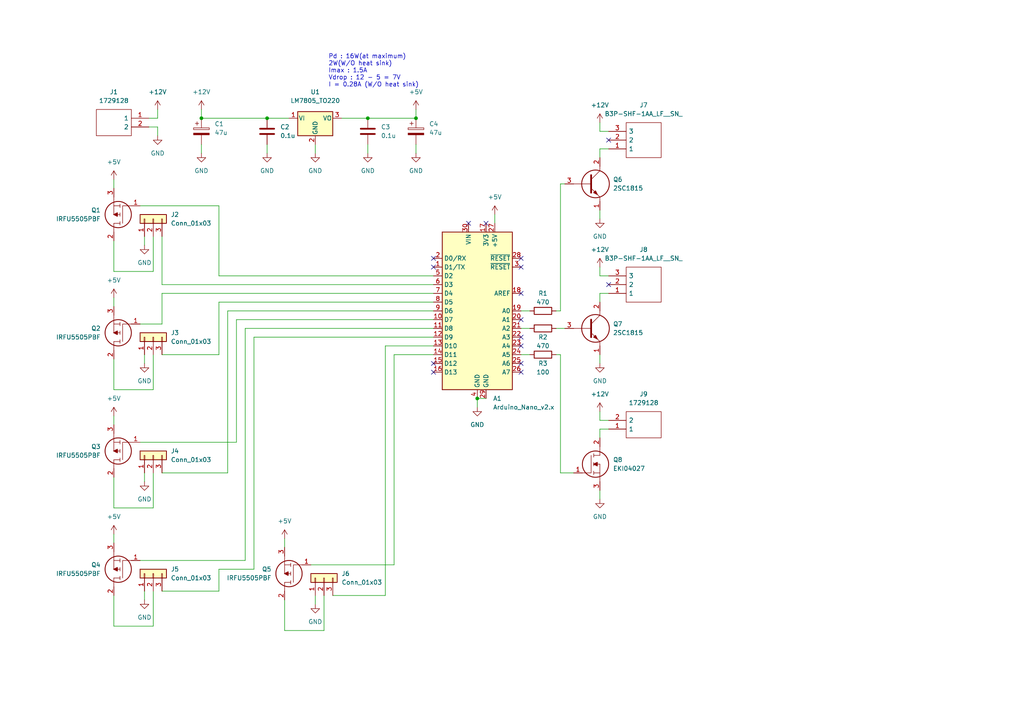
<source format=kicad_sch>
(kicad_sch (version 20211123) (generator eeschema)

  (uuid 0d0501c1-ae1a-46f0-8d2d-b8b98a3230a4)

  (paper "A4")

  (lib_symbols
    (symbol "Connector_Generic:Conn_01x03" (pin_names (offset 1.016) hide) (in_bom yes) (on_board yes)
      (property "Reference" "J" (id 0) (at 0 5.08 0)
        (effects (font (size 1.27 1.27)))
      )
      (property "Value" "Conn_01x03" (id 1) (at 0 -5.08 0)
        (effects (font (size 1.27 1.27)))
      )
      (property "Footprint" "" (id 2) (at 0 0 0)
        (effects (font (size 1.27 1.27)) hide)
      )
      (property "Datasheet" "~" (id 3) (at 0 0 0)
        (effects (font (size 1.27 1.27)) hide)
      )
      (property "ki_keywords" "connector" (id 4) (at 0 0 0)
        (effects (font (size 1.27 1.27)) hide)
      )
      (property "ki_description" "Generic connector, single row, 01x03, script generated (kicad-library-utils/schlib/autogen/connector/)" (id 5) (at 0 0 0)
        (effects (font (size 1.27 1.27)) hide)
      )
      (property "ki_fp_filters" "Connector*:*_1x??_*" (id 6) (at 0 0 0)
        (effects (font (size 1.27 1.27)) hide)
      )
      (symbol "Conn_01x03_1_1"
        (rectangle (start -1.27 -2.413) (end 0 -2.667)
          (stroke (width 0.1524) (type default) (color 0 0 0 0))
          (fill (type none))
        )
        (rectangle (start -1.27 0.127) (end 0 -0.127)
          (stroke (width 0.1524) (type default) (color 0 0 0 0))
          (fill (type none))
        )
        (rectangle (start -1.27 2.667) (end 0 2.413)
          (stroke (width 0.1524) (type default) (color 0 0 0 0))
          (fill (type none))
        )
        (rectangle (start -1.27 3.81) (end 1.27 -3.81)
          (stroke (width 0.254) (type default) (color 0 0 0 0))
          (fill (type background))
        )
        (pin passive line (at -5.08 2.54 0) (length 3.81)
          (name "Pin_1" (effects (font (size 1.27 1.27))))
          (number "1" (effects (font (size 1.27 1.27))))
        )
        (pin passive line (at -5.08 0 0) (length 3.81)
          (name "Pin_2" (effects (font (size 1.27 1.27))))
          (number "2" (effects (font (size 1.27 1.27))))
        )
        (pin passive line (at -5.08 -2.54 0) (length 3.81)
          (name "Pin_3" (effects (font (size 1.27 1.27))))
          (number "3" (effects (font (size 1.27 1.27))))
        )
      )
    )
    (symbol "Device:C" (pin_numbers hide) (pin_names (offset 0.254)) (in_bom yes) (on_board yes)
      (property "Reference" "C" (id 0) (at 0.635 2.54 0)
        (effects (font (size 1.27 1.27)) (justify left))
      )
      (property "Value" "C" (id 1) (at 0.635 -2.54 0)
        (effects (font (size 1.27 1.27)) (justify left))
      )
      (property "Footprint" "" (id 2) (at 0.9652 -3.81 0)
        (effects (font (size 1.27 1.27)) hide)
      )
      (property "Datasheet" "~" (id 3) (at 0 0 0)
        (effects (font (size 1.27 1.27)) hide)
      )
      (property "ki_keywords" "cap capacitor" (id 4) (at 0 0 0)
        (effects (font (size 1.27 1.27)) hide)
      )
      (property "ki_description" "Unpolarized capacitor" (id 5) (at 0 0 0)
        (effects (font (size 1.27 1.27)) hide)
      )
      (property "ki_fp_filters" "C_*" (id 6) (at 0 0 0)
        (effects (font (size 1.27 1.27)) hide)
      )
      (symbol "C_0_1"
        (polyline
          (pts
            (xy -2.032 -0.762)
            (xy 2.032 -0.762)
          )
          (stroke (width 0.508) (type default) (color 0 0 0 0))
          (fill (type none))
        )
        (polyline
          (pts
            (xy -2.032 0.762)
            (xy 2.032 0.762)
          )
          (stroke (width 0.508) (type default) (color 0 0 0 0))
          (fill (type none))
        )
      )
      (symbol "C_1_1"
        (pin passive line (at 0 3.81 270) (length 2.794)
          (name "~" (effects (font (size 1.27 1.27))))
          (number "1" (effects (font (size 1.27 1.27))))
        )
        (pin passive line (at 0 -3.81 90) (length 2.794)
          (name "~" (effects (font (size 1.27 1.27))))
          (number "2" (effects (font (size 1.27 1.27))))
        )
      )
    )
    (symbol "Device:C_Polarized" (pin_numbers hide) (pin_names (offset 0.254)) (in_bom yes) (on_board yes)
      (property "Reference" "C" (id 0) (at 0.635 2.54 0)
        (effects (font (size 1.27 1.27)) (justify left))
      )
      (property "Value" "C_Polarized" (id 1) (at 0.635 -2.54 0)
        (effects (font (size 1.27 1.27)) (justify left))
      )
      (property "Footprint" "" (id 2) (at 0.9652 -3.81 0)
        (effects (font (size 1.27 1.27)) hide)
      )
      (property "Datasheet" "~" (id 3) (at 0 0 0)
        (effects (font (size 1.27 1.27)) hide)
      )
      (property "ki_keywords" "cap capacitor" (id 4) (at 0 0 0)
        (effects (font (size 1.27 1.27)) hide)
      )
      (property "ki_description" "Polarized capacitor" (id 5) (at 0 0 0)
        (effects (font (size 1.27 1.27)) hide)
      )
      (property "ki_fp_filters" "CP_*" (id 6) (at 0 0 0)
        (effects (font (size 1.27 1.27)) hide)
      )
      (symbol "C_Polarized_0_1"
        (rectangle (start -2.286 0.508) (end 2.286 1.016)
          (stroke (width 0) (type default) (color 0 0 0 0))
          (fill (type none))
        )
        (polyline
          (pts
            (xy -1.778 2.286)
            (xy -0.762 2.286)
          )
          (stroke (width 0) (type default) (color 0 0 0 0))
          (fill (type none))
        )
        (polyline
          (pts
            (xy -1.27 2.794)
            (xy -1.27 1.778)
          )
          (stroke (width 0) (type default) (color 0 0 0 0))
          (fill (type none))
        )
        (rectangle (start 2.286 -0.508) (end -2.286 -1.016)
          (stroke (width 0) (type default) (color 0 0 0 0))
          (fill (type outline))
        )
      )
      (symbol "C_Polarized_1_1"
        (pin passive line (at 0 3.81 270) (length 2.794)
          (name "~" (effects (font (size 1.27 1.27))))
          (number "1" (effects (font (size 1.27 1.27))))
        )
        (pin passive line (at 0 -3.81 90) (length 2.794)
          (name "~" (effects (font (size 1.27 1.27))))
          (number "2" (effects (font (size 1.27 1.27))))
        )
      )
    )
    (symbol "Device:R" (pin_numbers hide) (pin_names (offset 0)) (in_bom yes) (on_board yes)
      (property "Reference" "R" (id 0) (at 2.032 0 90)
        (effects (font (size 1.27 1.27)))
      )
      (property "Value" "R" (id 1) (at 0 0 90)
        (effects (font (size 1.27 1.27)))
      )
      (property "Footprint" "" (id 2) (at -1.778 0 90)
        (effects (font (size 1.27 1.27)) hide)
      )
      (property "Datasheet" "~" (id 3) (at 0 0 0)
        (effects (font (size 1.27 1.27)) hide)
      )
      (property "ki_keywords" "R res resistor" (id 4) (at 0 0 0)
        (effects (font (size 1.27 1.27)) hide)
      )
      (property "ki_description" "Resistor" (id 5) (at 0 0 0)
        (effects (font (size 1.27 1.27)) hide)
      )
      (property "ki_fp_filters" "R_*" (id 6) (at 0 0 0)
        (effects (font (size 1.27 1.27)) hide)
      )
      (symbol "R_0_1"
        (rectangle (start -1.016 -2.54) (end 1.016 2.54)
          (stroke (width 0.254) (type default) (color 0 0 0 0))
          (fill (type none))
        )
      )
      (symbol "R_1_1"
        (pin passive line (at 0 3.81 270) (length 1.27)
          (name "~" (effects (font (size 1.27 1.27))))
          (number "1" (effects (font (size 1.27 1.27))))
        )
        (pin passive line (at 0 -3.81 90) (length 1.27)
          (name "~" (effects (font (size 1.27 1.27))))
          (number "2" (effects (font (size 1.27 1.27))))
        )
      )
    )
    (symbol "MCU_Module:Arduino_Nano_v2.x" (in_bom yes) (on_board yes)
      (property "Reference" "A" (id 0) (at -10.16 23.495 0)
        (effects (font (size 1.27 1.27)) (justify left bottom))
      )
      (property "Value" "Arduino_Nano_v2.x" (id 1) (at 5.08 -24.13 0)
        (effects (font (size 1.27 1.27)) (justify left top))
      )
      (property "Footprint" "Module:Arduino_Nano" (id 2) (at 0 0 0)
        (effects (font (size 1.27 1.27) italic) hide)
      )
      (property "Datasheet" "https://www.arduino.cc/en/uploads/Main/ArduinoNanoManual23.pdf" (id 3) (at 0 0 0)
        (effects (font (size 1.27 1.27)) hide)
      )
      (property "ki_keywords" "Arduino nano microcontroller module USB" (id 4) (at 0 0 0)
        (effects (font (size 1.27 1.27)) hide)
      )
      (property "ki_description" "Arduino Nano v2.x" (id 5) (at 0 0 0)
        (effects (font (size 1.27 1.27)) hide)
      )
      (property "ki_fp_filters" "Arduino*Nano*" (id 6) (at 0 0 0)
        (effects (font (size 1.27 1.27)) hide)
      )
      (symbol "Arduino_Nano_v2.x_0_1"
        (rectangle (start -10.16 22.86) (end 10.16 -22.86)
          (stroke (width 0.254) (type default) (color 0 0 0 0))
          (fill (type background))
        )
      )
      (symbol "Arduino_Nano_v2.x_1_1"
        (pin bidirectional line (at -12.7 12.7 0) (length 2.54)
          (name "D1/TX" (effects (font (size 1.27 1.27))))
          (number "1" (effects (font (size 1.27 1.27))))
        )
        (pin bidirectional line (at -12.7 -2.54 0) (length 2.54)
          (name "D7" (effects (font (size 1.27 1.27))))
          (number "10" (effects (font (size 1.27 1.27))))
        )
        (pin bidirectional line (at -12.7 -5.08 0) (length 2.54)
          (name "D8" (effects (font (size 1.27 1.27))))
          (number "11" (effects (font (size 1.27 1.27))))
        )
        (pin bidirectional line (at -12.7 -7.62 0) (length 2.54)
          (name "D9" (effects (font (size 1.27 1.27))))
          (number "12" (effects (font (size 1.27 1.27))))
        )
        (pin bidirectional line (at -12.7 -10.16 0) (length 2.54)
          (name "D10" (effects (font (size 1.27 1.27))))
          (number "13" (effects (font (size 1.27 1.27))))
        )
        (pin bidirectional line (at -12.7 -12.7 0) (length 2.54)
          (name "D11" (effects (font (size 1.27 1.27))))
          (number "14" (effects (font (size 1.27 1.27))))
        )
        (pin bidirectional line (at -12.7 -15.24 0) (length 2.54)
          (name "D12" (effects (font (size 1.27 1.27))))
          (number "15" (effects (font (size 1.27 1.27))))
        )
        (pin bidirectional line (at -12.7 -17.78 0) (length 2.54)
          (name "D13" (effects (font (size 1.27 1.27))))
          (number "16" (effects (font (size 1.27 1.27))))
        )
        (pin power_out line (at 2.54 25.4 270) (length 2.54)
          (name "3V3" (effects (font (size 1.27 1.27))))
          (number "17" (effects (font (size 1.27 1.27))))
        )
        (pin input line (at 12.7 5.08 180) (length 2.54)
          (name "AREF" (effects (font (size 1.27 1.27))))
          (number "18" (effects (font (size 1.27 1.27))))
        )
        (pin bidirectional line (at 12.7 0 180) (length 2.54)
          (name "A0" (effects (font (size 1.27 1.27))))
          (number "19" (effects (font (size 1.27 1.27))))
        )
        (pin bidirectional line (at -12.7 15.24 0) (length 2.54)
          (name "D0/RX" (effects (font (size 1.27 1.27))))
          (number "2" (effects (font (size 1.27 1.27))))
        )
        (pin bidirectional line (at 12.7 -2.54 180) (length 2.54)
          (name "A1" (effects (font (size 1.27 1.27))))
          (number "20" (effects (font (size 1.27 1.27))))
        )
        (pin bidirectional line (at 12.7 -5.08 180) (length 2.54)
          (name "A2" (effects (font (size 1.27 1.27))))
          (number "21" (effects (font (size 1.27 1.27))))
        )
        (pin bidirectional line (at 12.7 -7.62 180) (length 2.54)
          (name "A3" (effects (font (size 1.27 1.27))))
          (number "22" (effects (font (size 1.27 1.27))))
        )
        (pin bidirectional line (at 12.7 -10.16 180) (length 2.54)
          (name "A4" (effects (font (size 1.27 1.27))))
          (number "23" (effects (font (size 1.27 1.27))))
        )
        (pin bidirectional line (at 12.7 -12.7 180) (length 2.54)
          (name "A5" (effects (font (size 1.27 1.27))))
          (number "24" (effects (font (size 1.27 1.27))))
        )
        (pin bidirectional line (at 12.7 -15.24 180) (length 2.54)
          (name "A6" (effects (font (size 1.27 1.27))))
          (number "25" (effects (font (size 1.27 1.27))))
        )
        (pin bidirectional line (at 12.7 -17.78 180) (length 2.54)
          (name "A7" (effects (font (size 1.27 1.27))))
          (number "26" (effects (font (size 1.27 1.27))))
        )
        (pin power_out line (at 5.08 25.4 270) (length 2.54)
          (name "+5V" (effects (font (size 1.27 1.27))))
          (number "27" (effects (font (size 1.27 1.27))))
        )
        (pin input line (at 12.7 15.24 180) (length 2.54)
          (name "~{RESET}" (effects (font (size 1.27 1.27))))
          (number "28" (effects (font (size 1.27 1.27))))
        )
        (pin power_in line (at 2.54 -25.4 90) (length 2.54)
          (name "GND" (effects (font (size 1.27 1.27))))
          (number "29" (effects (font (size 1.27 1.27))))
        )
        (pin input line (at 12.7 12.7 180) (length 2.54)
          (name "~{RESET}" (effects (font (size 1.27 1.27))))
          (number "3" (effects (font (size 1.27 1.27))))
        )
        (pin power_in line (at -2.54 25.4 270) (length 2.54)
          (name "VIN" (effects (font (size 1.27 1.27))))
          (number "30" (effects (font (size 1.27 1.27))))
        )
        (pin power_in line (at 0 -25.4 90) (length 2.54)
          (name "GND" (effects (font (size 1.27 1.27))))
          (number "4" (effects (font (size 1.27 1.27))))
        )
        (pin bidirectional line (at -12.7 10.16 0) (length 2.54)
          (name "D2" (effects (font (size 1.27 1.27))))
          (number "5" (effects (font (size 1.27 1.27))))
        )
        (pin bidirectional line (at -12.7 7.62 0) (length 2.54)
          (name "D3" (effects (font (size 1.27 1.27))))
          (number "6" (effects (font (size 1.27 1.27))))
        )
        (pin bidirectional line (at -12.7 5.08 0) (length 2.54)
          (name "D4" (effects (font (size 1.27 1.27))))
          (number "7" (effects (font (size 1.27 1.27))))
        )
        (pin bidirectional line (at -12.7 2.54 0) (length 2.54)
          (name "D5" (effects (font (size 1.27 1.27))))
          (number "8" (effects (font (size 1.27 1.27))))
        )
        (pin bidirectional line (at -12.7 0 0) (length 2.54)
          (name "D6" (effects (font (size 1.27 1.27))))
          (number "9" (effects (font (size 1.27 1.27))))
        )
      )
    )
    (symbol "Regulator_Linear:LM7805_TO220" (pin_names (offset 0.254)) (in_bom yes) (on_board yes)
      (property "Reference" "U" (id 0) (at -3.81 3.175 0)
        (effects (font (size 1.27 1.27)))
      )
      (property "Value" "LM7805_TO220" (id 1) (at 0 3.175 0)
        (effects (font (size 1.27 1.27)) (justify left))
      )
      (property "Footprint" "Package_TO_SOT_THT:TO-220-3_Vertical" (id 2) (at 0 5.715 0)
        (effects (font (size 1.27 1.27) italic) hide)
      )
      (property "Datasheet" "https://www.onsemi.cn/PowerSolutions/document/MC7800-D.PDF" (id 3) (at 0 -1.27 0)
        (effects (font (size 1.27 1.27)) hide)
      )
      (property "ki_keywords" "Voltage Regulator 1A Positive" (id 4) (at 0 0 0)
        (effects (font (size 1.27 1.27)) hide)
      )
      (property "ki_description" "Positive 1A 35V Linear Regulator, Fixed Output 5V, TO-220" (id 5) (at 0 0 0)
        (effects (font (size 1.27 1.27)) hide)
      )
      (property "ki_fp_filters" "TO?220*" (id 6) (at 0 0 0)
        (effects (font (size 1.27 1.27)) hide)
      )
      (symbol "LM7805_TO220_0_1"
        (rectangle (start -5.08 1.905) (end 5.08 -5.08)
          (stroke (width 0.254) (type default) (color 0 0 0 0))
          (fill (type background))
        )
      )
      (symbol "LM7805_TO220_1_1"
        (pin power_in line (at -7.62 0 0) (length 2.54)
          (name "VI" (effects (font (size 1.27 1.27))))
          (number "1" (effects (font (size 1.27 1.27))))
        )
        (pin power_in line (at 0 -7.62 90) (length 2.54)
          (name "GND" (effects (font (size 1.27 1.27))))
          (number "2" (effects (font (size 1.27 1.27))))
        )
        (pin power_out line (at 7.62 0 180) (length 2.54)
          (name "VO" (effects (font (size 1.27 1.27))))
          (number "3" (effects (font (size 1.27 1.27))))
        )
      )
    )
    (symbol "SamacSys_Parts:1729128" (pin_names (offset 0.762)) (in_bom yes) (on_board yes)
      (property "Reference" "J" (id 0) (at 16.51 7.62 0)
        (effects (font (size 1.27 1.27)) (justify left))
      )
      (property "Value" "1729128" (id 1) (at 16.51 5.08 0)
        (effects (font (size 1.27 1.27)) (justify left))
      )
      (property "Footprint" "1729128" (id 2) (at 16.51 2.54 0)
        (effects (font (size 1.27 1.27)) (justify left) hide)
      )
      (property "Datasheet" "http://www.phoenixcontact.com/de/produkte/1729128/pdf" (id 3) (at 16.51 0 0)
        (effects (font (size 1.27 1.27)) (justify left) hide)
      )
      (property "Description" "PCB terminal block, nominal current: 13.5 A, rated voltage (III/2): 400 V, nominal cross section: 1.5 mm?, Number of potentials: 2, Number of rows: 1, Number of positions per row: 2, product range: MKDSN 1,5, pitch: 5.08 mm, connection method: Screw connection with tension sleeve, mounting: Wave soldering, conductor/PCB connection direction: 0 ?, color: green, Pin layout: Linear pinning, Solder pin [P]: 3.5 mm, type of packaging: packed in cardboard" (id 4) (at 16.51 -2.54 0)
        (effects (font (size 1.27 1.27)) (justify left) hide)
      )
      (property "Height" "10.15" (id 5) (at 16.51 -5.08 0)
        (effects (font (size 1.27 1.27)) (justify left) hide)
      )
      (property "Manufacturer_Name" "Phoenix Contact" (id 6) (at 16.51 -7.62 0)
        (effects (font (size 1.27 1.27)) (justify left) hide)
      )
      (property "Manufacturer_Part_Number" "1729128" (id 7) (at 16.51 -10.16 0)
        (effects (font (size 1.27 1.27)) (justify left) hide)
      )
      (property "Mouser Part Number" "651-1729128" (id 8) (at 16.51 -12.7 0)
        (effects (font (size 1.27 1.27)) (justify left) hide)
      )
      (property "Mouser Price/Stock" "https://www.mouser.co.uk/ProductDetail/Phoenix-Contact/1729128?qs=GFUSqQMLmmnCBVBY3dts9w%3D%3D" (id 9) (at 16.51 -15.24 0)
        (effects (font (size 1.27 1.27)) (justify left) hide)
      )
      (property "Arrow Part Number" "1729128" (id 10) (at 16.51 -17.78 0)
        (effects (font (size 1.27 1.27)) (justify left) hide)
      )
      (property "Arrow Price/Stock" "https://www.arrow.com/en/products/1729128/phoenix-contact?region=nac" (id 11) (at 16.51 -20.32 0)
        (effects (font (size 1.27 1.27)) (justify left) hide)
      )
      (property "Mouser Testing Part Number" "" (id 12) (at 16.51 -22.86 0)
        (effects (font (size 1.27 1.27)) (justify left) hide)
      )
      (property "Mouser Testing Price/Stock" "" (id 13) (at 16.51 -25.4 0)
        (effects (font (size 1.27 1.27)) (justify left) hide)
      )
      (property "ki_description" "PCB terminal block, nominal current: 13.5 A, rated voltage (III/2): 400 V, nominal cross section: 1.5 mm?, Number of potentials: 2, Number of rows: 1, Number of positions per row: 2, product range: MKDSN 1,5, pitch: 5.08 mm, connection method: Screw connection with tension sleeve, mounting: Wave soldering, conductor/PCB connection direction: 0 ?, color: green, Pin layout: Linear pinning, Solder pin [P]: 3.5 mm, type of packaging: packed in cardboard" (id 14) (at 0 0 0)
        (effects (font (size 1.27 1.27)) hide)
      )
      (symbol "1729128_0_0"
        (pin passive line (at 0 0 0) (length 5.08)
          (name "1" (effects (font (size 1.27 1.27))))
          (number "1" (effects (font (size 1.27 1.27))))
        )
        (pin passive line (at 0 -2.54 0) (length 5.08)
          (name "2" (effects (font (size 1.27 1.27))))
          (number "2" (effects (font (size 1.27 1.27))))
        )
      )
      (symbol "1729128_0_1"
        (polyline
          (pts
            (xy 5.08 2.54)
            (xy 15.24 2.54)
            (xy 15.24 -5.08)
            (xy 5.08 -5.08)
            (xy 5.08 2.54)
          )
          (stroke (width 0.1524) (type default) (color 0 0 0 0))
          (fill (type none))
        )
      )
    )
    (symbol "SamacSys_Parts:2SC1815" (pin_names (offset 0.762)) (in_bom yes) (on_board yes)
      (property "Reference" "Q" (id 0) (at 13.97 1.27 0)
        (effects (font (size 1.27 1.27)) (justify left))
      )
      (property "Value" "2SC1815" (id 1) (at 13.97 -1.27 0)
        (effects (font (size 1.27 1.27)) (justify left))
      )
      (property "Footprint" "CS_TO-92" (id 2) (at 13.97 -3.81 0)
        (effects (font (size 1.27 1.27)) (justify left) hide)
      )
      (property "Datasheet" "http://www.mouser.com/datasheet/2/68/2sc1815-1149989.pdf" (id 3) (at 13.97 -6.35 0)
        (effects (font (size 1.27 1.27)) (justify left) hide)
      )
      (property "Description" "Bipolar Transistors - BJT 60Vcbo 50Vceo 5.0V 150mA 400mA 400mW" (id 4) (at 13.97 -8.89 0)
        (effects (font (size 1.27 1.27)) (justify left) hide)
      )
      (property "Height" "" (id 5) (at 13.97 -11.43 0)
        (effects (font (size 1.27 1.27)) (justify left) hide)
      )
      (property "Manufacturer_Name" "Central Semiconductor" (id 6) (at 13.97 -13.97 0)
        (effects (font (size 1.27 1.27)) (justify left) hide)
      )
      (property "Manufacturer_Part_Number" "2SC1815" (id 7) (at 13.97 -16.51 0)
        (effects (font (size 1.27 1.27)) (justify left) hide)
      )
      (property "Mouser Part Number" "610-2SC1815" (id 8) (at 13.97 -19.05 0)
        (effects (font (size 1.27 1.27)) (justify left) hide)
      )
      (property "Mouser Price/Stock" "https://www.mouser.com/Search/Refine.aspx?Keyword=610-2SC1815" (id 9) (at 13.97 -21.59 0)
        (effects (font (size 1.27 1.27)) (justify left) hide)
      )
      (property "Arrow Part Number" "" (id 10) (at 13.97 -24.13 0)
        (effects (font (size 1.27 1.27)) (justify left) hide)
      )
      (property "Arrow Price/Stock" "" (id 11) (at 13.97 -26.67 0)
        (effects (font (size 1.27 1.27)) (justify left) hide)
      )
      (property "Mouser Testing Part Number" "" (id 12) (at 13.97 -29.21 0)
        (effects (font (size 1.27 1.27)) (justify left) hide)
      )
      (property "Mouser Testing Price/Stock" "" (id 13) (at 13.97 -31.75 0)
        (effects (font (size 1.27 1.27)) (justify left) hide)
      )
      (property "ki_description" "Bipolar Transistors - BJT 60Vcbo 50Vceo 5.0V 150mA 400mA 400mW" (id 14) (at 0 0 0)
        (effects (font (size 1.27 1.27)) hide)
      )
      (symbol "2SC1815_0_0"
        (pin passive line (at 10.16 -7.62 90) (length 2.54)
          (name "~" (effects (font (size 1.27 1.27))))
          (number "1" (effects (font (size 1.27 1.27))))
        )
        (pin passive line (at 10.16 7.62 270) (length 2.54)
          (name "~" (effects (font (size 1.27 1.27))))
          (number "2" (effects (font (size 1.27 1.27))))
        )
        (pin passive line (at 0 0 0) (length 2.54)
          (name "~" (effects (font (size 1.27 1.27))))
          (number "3" (effects (font (size 1.27 1.27))))
        )
      )
      (symbol "2SC1815_0_1"
        (polyline
          (pts
            (xy 2.54 0)
            (xy 7.62 0)
          )
          (stroke (width 0.1524) (type default) (color 0 0 0 0))
          (fill (type none))
        )
        (polyline
          (pts
            (xy 7.62 -1.27)
            (xy 10.16 -3.81)
          )
          (stroke (width 0.1524) (type default) (color 0 0 0 0))
          (fill (type none))
        )
        (polyline
          (pts
            (xy 7.62 1.27)
            (xy 10.16 3.81)
          )
          (stroke (width 0.1524) (type default) (color 0 0 0 0))
          (fill (type none))
        )
        (polyline
          (pts
            (xy 7.62 2.54)
            (xy 7.62 -2.54)
          )
          (stroke (width 0.508) (type default) (color 0 0 0 0))
          (fill (type none))
        )
        (polyline
          (pts
            (xy 10.16 -3.81)
            (xy 10.16 -5.08)
          )
          (stroke (width 0.1524) (type default) (color 0 0 0 0))
          (fill (type none))
        )
        (polyline
          (pts
            (xy 10.16 3.81)
            (xy 10.16 5.08)
          )
          (stroke (width 0.1524) (type default) (color 0 0 0 0))
          (fill (type none))
        )
        (polyline
          (pts
            (xy 8.382 -2.54)
            (xy 8.89 -2.032)
            (xy 9.398 -3.048)
            (xy 8.382 -2.54)
          )
          (stroke (width 0.254) (type default) (color 0 0 0 0))
          (fill (type outline))
        )
        (circle (center 8.89 0) (radius 4.0132)
          (stroke (width 0.254) (type default) (color 0 0 0 0))
          (fill (type none))
        )
      )
    )
    (symbol "SamacSys_Parts:B3P-SHF-1AA_LF__SN_" (pin_names (offset 0.762)) (in_bom yes) (on_board yes)
      (property "Reference" "J" (id 0) (at 16.51 7.62 0)
        (effects (font (size 1.27 1.27)) (justify left))
      )
      (property "Value" "B3P-SHF-1AA_LF__SN_" (id 1) (at 16.51 5.08 0)
        (effects (font (size 1.27 1.27)) (justify left))
      )
      (property "Footprint" "HDRV3W80P0X250_1X3_750X560X920P" (id 2) (at 16.51 2.54 0)
        (effects (font (size 1.27 1.27)) (justify left) hide)
      )
      (property "Datasheet" "http://uk.rs-online.com/web/p/products/5362224" (id 3) (at 16.51 0 0)
        (effects (font (size 1.27 1.27)) (justify left) hide)
      )
      (property "Description" "JST HVQ Series, 2.5mm Pitch 3 Way 1 Row Straight PCB Header, Solder Termination, 3A" (id 4) (at 16.51 -2.54 0)
        (effects (font (size 1.27 1.27)) (justify left) hide)
      )
      (property "Height" "9.2" (id 5) (at 16.51 -5.08 0)
        (effects (font (size 1.27 1.27)) (justify left) hide)
      )
      (property "Manufacturer_Name" "JST (JAPAN SOLDERLESS TERMINALS)" (id 6) (at 16.51 -7.62 0)
        (effects (font (size 1.27 1.27)) (justify left) hide)
      )
      (property "Manufacturer_Part_Number" "B3P-SHF-1AA(LF)(SN)" (id 7) (at 16.51 -10.16 0)
        (effects (font (size 1.27 1.27)) (justify left) hide)
      )
      (property "Mouser Part Number" "" (id 8) (at 16.51 -12.7 0)
        (effects (font (size 1.27 1.27)) (justify left) hide)
      )
      (property "Mouser Price/Stock" "" (id 9) (at 16.51 -15.24 0)
        (effects (font (size 1.27 1.27)) (justify left) hide)
      )
      (property "Arrow Part Number" "B3P-SHF-1AA(LF)(SN)" (id 10) (at 16.51 -17.78 0)
        (effects (font (size 1.27 1.27)) (justify left) hide)
      )
      (property "Arrow Price/Stock" "https://www.arrow.com/en/products/b3p-shf-1aa-lf-sn/jst-manufacturing?region=europe" (id 11) (at 16.51 -20.32 0)
        (effects (font (size 1.27 1.27)) (justify left) hide)
      )
      (property "Mouser Testing Part Number" "" (id 12) (at 16.51 -22.86 0)
        (effects (font (size 1.27 1.27)) (justify left) hide)
      )
      (property "Mouser Testing Price/Stock" "" (id 13) (at 16.51 -25.4 0)
        (effects (font (size 1.27 1.27)) (justify left) hide)
      )
      (property "ki_description" "JST HVQ Series, 2.5mm Pitch 3 Way 1 Row Straight PCB Header, Solder Termination, 3A" (id 14) (at 0 0 0)
        (effects (font (size 1.27 1.27)) hide)
      )
      (symbol "B3P-SHF-1AA_LF__SN__0_0"
        (pin passive line (at 0 0 0) (length 5.08)
          (name "1" (effects (font (size 1.27 1.27))))
          (number "1" (effects (font (size 1.27 1.27))))
        )
        (pin passive line (at 0 -2.54 0) (length 5.08)
          (name "2" (effects (font (size 1.27 1.27))))
          (number "2" (effects (font (size 1.27 1.27))))
        )
        (pin passive line (at 0 -5.08 0) (length 5.08)
          (name "3" (effects (font (size 1.27 1.27))))
          (number "3" (effects (font (size 1.27 1.27))))
        )
      )
      (symbol "B3P-SHF-1AA_LF__SN__0_1"
        (polyline
          (pts
            (xy 5.08 2.54)
            (xy 15.24 2.54)
            (xy 15.24 -7.62)
            (xy 5.08 -7.62)
            (xy 5.08 2.54)
          )
          (stroke (width 0.1524) (type default) (color 0 0 0 0))
          (fill (type none))
        )
      )
    )
    (symbol "SamacSys_Parts:EKI04027" (pin_names (offset 0.762)) (in_bom yes) (on_board yes)
      (property "Reference" "Q" (id 0) (at 11.43 3.81 0)
        (effects (font (size 1.27 1.27)) (justify left))
      )
      (property "Value" "EKI04027" (id 1) (at 11.43 1.27 0)
        (effects (font (size 1.27 1.27)) (justify left))
      )
      (property "Footprint" "TO254P470X990X1965-3P" (id 2) (at 11.43 -1.27 0)
        (effects (font (size 1.27 1.27)) (justify left) hide)
      )
      (property "Datasheet" "http://www.semicon.sanken-ele.co.jp/sk_content/eki04027_ds_en.pdf" (id 3) (at 11.43 -3.81 0)
        (effects (font (size 1.27 1.27)) (justify left) hide)
      )
      (property "Description" "40 V, 85 A, 2.6 m Low RDS(ON) N ch Trench Power MOSFET" (id 4) (at 11.43 -6.35 0)
        (effects (font (size 1.27 1.27)) (justify left) hide)
      )
      (property "Height" "4.7" (id 5) (at 11.43 -8.89 0)
        (effects (font (size 1.27 1.27)) (justify left) hide)
      )
      (property "Manufacturer_Name" "SANKEN ELECTRIC CO." (id 6) (at 11.43 -11.43 0)
        (effects (font (size 1.27 1.27)) (justify left) hide)
      )
      (property "Manufacturer_Part_Number" "EKI04027" (id 7) (at 11.43 -13.97 0)
        (effects (font (size 1.27 1.27)) (justify left) hide)
      )
      (property "Mouser Part Number" "" (id 8) (at 11.43 -16.51 0)
        (effects (font (size 1.27 1.27)) (justify left) hide)
      )
      (property "Mouser Price/Stock" "" (id 9) (at 11.43 -19.05 0)
        (effects (font (size 1.27 1.27)) (justify left) hide)
      )
      (property "Arrow Part Number" "" (id 10) (at 11.43 -21.59 0)
        (effects (font (size 1.27 1.27)) (justify left) hide)
      )
      (property "Arrow Price/Stock" "" (id 11) (at 11.43 -24.13 0)
        (effects (font (size 1.27 1.27)) (justify left) hide)
      )
      (property "Mouser Testing Part Number" "" (id 12) (at 11.43 -26.67 0)
        (effects (font (size 1.27 1.27)) (justify left) hide)
      )
      (property "Mouser Testing Price/Stock" "" (id 13) (at 11.43 -29.21 0)
        (effects (font (size 1.27 1.27)) (justify left) hide)
      )
      (property "ki_description" "40 V, 85 A, 2.6 m Low RDS(ON) N ch Trench Power MOSFET" (id 14) (at 0 0 0)
        (effects (font (size 1.27 1.27)) hide)
      )
      (symbol "EKI04027_0_0"
        (pin passive line (at 0 0 0) (length 2.54)
          (name "~" (effects (font (size 1.27 1.27))))
          (number "1" (effects (font (size 1.27 1.27))))
        )
        (pin passive line (at 7.62 10.16 270) (length 2.54)
          (name "~" (effects (font (size 1.27 1.27))))
          (number "2" (effects (font (size 1.27 1.27))))
        )
        (pin passive line (at 7.62 -5.08 90) (length 2.54)
          (name "~" (effects (font (size 1.27 1.27))))
          (number "3" (effects (font (size 1.27 1.27))))
        )
      )
      (symbol "EKI04027_0_1"
        (polyline
          (pts
            (xy 5.842 -0.508)
            (xy 5.842 0.508)
          )
          (stroke (width 0.1524) (type default) (color 0 0 0 0))
          (fill (type none))
        )
        (polyline
          (pts
            (xy 5.842 0)
            (xy 7.62 0)
          )
          (stroke (width 0.1524) (type default) (color 0 0 0 0))
          (fill (type none))
        )
        (polyline
          (pts
            (xy 5.842 2.032)
            (xy 5.842 3.048)
          )
          (stroke (width 0.1524) (type default) (color 0 0 0 0))
          (fill (type none))
        )
        (polyline
          (pts
            (xy 5.842 5.588)
            (xy 5.842 4.572)
          )
          (stroke (width 0.1524) (type default) (color 0 0 0 0))
          (fill (type none))
        )
        (polyline
          (pts
            (xy 7.62 2.54)
            (xy 5.842 2.54)
          )
          (stroke (width 0.1524) (type default) (color 0 0 0 0))
          (fill (type none))
        )
        (polyline
          (pts
            (xy 7.62 2.54)
            (xy 7.62 -2.54)
          )
          (stroke (width 0.1524) (type default) (color 0 0 0 0))
          (fill (type none))
        )
        (polyline
          (pts
            (xy 7.62 5.08)
            (xy 5.842 5.08)
          )
          (stroke (width 0.1524) (type default) (color 0 0 0 0))
          (fill (type none))
        )
        (polyline
          (pts
            (xy 7.62 5.08)
            (xy 7.62 7.62)
          )
          (stroke (width 0.1524) (type default) (color 0 0 0 0))
          (fill (type none))
        )
        (polyline
          (pts
            (xy 2.54 0)
            (xy 5.08 0)
            (xy 5.08 5.08)
          )
          (stroke (width 0.1524) (type default) (color 0 0 0 0))
          (fill (type none))
        )
        (polyline
          (pts
            (xy 5.842 2.54)
            (xy 6.858 3.048)
            (xy 6.858 2.032)
            (xy 5.842 2.54)
          )
          (stroke (width 0.254) (type default) (color 0 0 0 0))
          (fill (type outline))
        )
        (circle (center 6.35 2.54) (radius 3.81)
          (stroke (width 0.254) (type default) (color 0 0 0 0))
          (fill (type none))
        )
      )
    )
    (symbol "SamacSys_Parts:IRFU5505PBF" (pin_names (offset 0.762)) (in_bom yes) (on_board yes)
      (property "Reference" "Q" (id 0) (at 11.43 3.81 0)
        (effects (font (size 1.27 1.27)) (justify left))
      )
      (property "Value" "IRFU5505PBF" (id 1) (at 11.43 1.27 0)
        (effects (font (size 1.27 1.27)) (justify left))
      )
      (property "Footprint" "TO229P239X654X978-3P" (id 2) (at 11.43 -1.27 0)
        (effects (font (size 1.27 1.27)) (justify left) hide)
      )
      (property "Datasheet" "https://www.infineon.com/dgdl/irfr5505pbf.pdf?fileId=5546d462533600a4015356358535210f" (id 3) (at 11.43 -3.81 0)
        (effects (font (size 1.27 1.27)) (justify left) hide)
      )
      (property "Description" "INFINEON - IRFU5505PBF - MOSFET, P, -55V, -18A, I-PAK" (id 4) (at 11.43 -6.35 0)
        (effects (font (size 1.27 1.27)) (justify left) hide)
      )
      (property "Height" "2.39" (id 5) (at 11.43 -8.89 0)
        (effects (font (size 1.27 1.27)) (justify left) hide)
      )
      (property "Manufacturer_Name" "Infineon" (id 6) (at 11.43 -11.43 0)
        (effects (font (size 1.27 1.27)) (justify left) hide)
      )
      (property "Manufacturer_Part_Number" "IRFU5505PBF" (id 7) (at 11.43 -13.97 0)
        (effects (font (size 1.27 1.27)) (justify left) hide)
      )
      (property "Mouser Part Number" "942-IRFU5505PBF" (id 8) (at 11.43 -16.51 0)
        (effects (font (size 1.27 1.27)) (justify left) hide)
      )
      (property "Mouser Price/Stock" "https://www.mouser.co.uk/ProductDetail/Infineon-IR/IRFU5505PBF/?qs=9%252BKlkBgLFf1uOIBgUUNHqQ%3D%3D" (id 9) (at 11.43 -19.05 0)
        (effects (font (size 1.27 1.27)) (justify left) hide)
      )
      (property "Arrow Part Number" "IRFU5505PBF" (id 10) (at 11.43 -21.59 0)
        (effects (font (size 1.27 1.27)) (justify left) hide)
      )
      (property "Arrow Price/Stock" "https://www.arrow.com/en/products/irfu5505pbf/infineon-technologies-ag" (id 11) (at 11.43 -24.13 0)
        (effects (font (size 1.27 1.27)) (justify left) hide)
      )
      (property "Mouser Testing Part Number" "" (id 12) (at 11.43 -26.67 0)
        (effects (font (size 1.27 1.27)) (justify left) hide)
      )
      (property "Mouser Testing Price/Stock" "" (id 13) (at 11.43 -29.21 0)
        (effects (font (size 1.27 1.27)) (justify left) hide)
      )
      (property "ki_description" "INFINEON - IRFU5505PBF - MOSFET, P, -55V, -18A, I-PAK" (id 14) (at 0 0 0)
        (effects (font (size 1.27 1.27)) hide)
      )
      (symbol "IRFU5505PBF_0_0"
        (pin passive line (at 0 0 0) (length 2.54)
          (name "~" (effects (font (size 1.27 1.27))))
          (number "1" (effects (font (size 1.27 1.27))))
        )
        (pin passive line (at 7.62 10.16 270) (length 2.54)
          (name "~" (effects (font (size 1.27 1.27))))
          (number "2" (effects (font (size 1.27 1.27))))
        )
        (pin passive line (at 7.62 -5.08 90) (length 2.54)
          (name "~" (effects (font (size 1.27 1.27))))
          (number "3" (effects (font (size 1.27 1.27))))
        )
      )
      (symbol "IRFU5505PBF_0_1"
        (polyline
          (pts
            (xy 5.842 -0.508)
            (xy 5.842 0.508)
          )
          (stroke (width 0.1524) (type default) (color 0 0 0 0))
          (fill (type none))
        )
        (polyline
          (pts
            (xy 5.842 0)
            (xy 7.62 0)
          )
          (stroke (width 0.1524) (type default) (color 0 0 0 0))
          (fill (type none))
        )
        (polyline
          (pts
            (xy 5.842 2.032)
            (xy 5.842 3.048)
          )
          (stroke (width 0.1524) (type default) (color 0 0 0 0))
          (fill (type none))
        )
        (polyline
          (pts
            (xy 5.842 5.588)
            (xy 5.842 4.572)
          )
          (stroke (width 0.1524) (type default) (color 0 0 0 0))
          (fill (type none))
        )
        (polyline
          (pts
            (xy 7.62 2.54)
            (xy 5.842 2.54)
          )
          (stroke (width 0.1524) (type default) (color 0 0 0 0))
          (fill (type none))
        )
        (polyline
          (pts
            (xy 7.62 2.54)
            (xy 7.62 -2.54)
          )
          (stroke (width 0.1524) (type default) (color 0 0 0 0))
          (fill (type none))
        )
        (polyline
          (pts
            (xy 7.62 5.08)
            (xy 5.842 5.08)
          )
          (stroke (width 0.1524) (type default) (color 0 0 0 0))
          (fill (type none))
        )
        (polyline
          (pts
            (xy 7.62 5.08)
            (xy 7.62 7.62)
          )
          (stroke (width 0.1524) (type default) (color 0 0 0 0))
          (fill (type none))
        )
        (polyline
          (pts
            (xy 2.54 0)
            (xy 5.08 0)
            (xy 5.08 5.08)
          )
          (stroke (width 0.1524) (type default) (color 0 0 0 0))
          (fill (type none))
        )
        (polyline
          (pts
            (xy 7.62 2.54)
            (xy 6.604 3.048)
            (xy 6.604 2.032)
            (xy 7.62 2.54)
          )
          (stroke (width 0.254) (type default) (color 0 0 0 0))
          (fill (type outline))
        )
        (circle (center 6.35 2.54) (radius 3.81)
          (stroke (width 0.254) (type default) (color 0 0 0 0))
          (fill (type none))
        )
      )
    )
    (symbol "power:+12V" (power) (pin_names (offset 0)) (in_bom yes) (on_board yes)
      (property "Reference" "#PWR" (id 0) (at 0 -3.81 0)
        (effects (font (size 1.27 1.27)) hide)
      )
      (property "Value" "+12V" (id 1) (at 0 3.556 0)
        (effects (font (size 1.27 1.27)))
      )
      (property "Footprint" "" (id 2) (at 0 0 0)
        (effects (font (size 1.27 1.27)) hide)
      )
      (property "Datasheet" "" (id 3) (at 0 0 0)
        (effects (font (size 1.27 1.27)) hide)
      )
      (property "ki_keywords" "global power" (id 4) (at 0 0 0)
        (effects (font (size 1.27 1.27)) hide)
      )
      (property "ki_description" "Power symbol creates a global label with name \"+12V\"" (id 5) (at 0 0 0)
        (effects (font (size 1.27 1.27)) hide)
      )
      (symbol "+12V_0_1"
        (polyline
          (pts
            (xy -0.762 1.27)
            (xy 0 2.54)
          )
          (stroke (width 0) (type default) (color 0 0 0 0))
          (fill (type none))
        )
        (polyline
          (pts
            (xy 0 0)
            (xy 0 2.54)
          )
          (stroke (width 0) (type default) (color 0 0 0 0))
          (fill (type none))
        )
        (polyline
          (pts
            (xy 0 2.54)
            (xy 0.762 1.27)
          )
          (stroke (width 0) (type default) (color 0 0 0 0))
          (fill (type none))
        )
      )
      (symbol "+12V_1_1"
        (pin power_in line (at 0 0 90) (length 0) hide
          (name "+12V" (effects (font (size 1.27 1.27))))
          (number "1" (effects (font (size 1.27 1.27))))
        )
      )
    )
    (symbol "power:+5V" (power) (pin_names (offset 0)) (in_bom yes) (on_board yes)
      (property "Reference" "#PWR" (id 0) (at 0 -3.81 0)
        (effects (font (size 1.27 1.27)) hide)
      )
      (property "Value" "+5V" (id 1) (at 0 3.556 0)
        (effects (font (size 1.27 1.27)))
      )
      (property "Footprint" "" (id 2) (at 0 0 0)
        (effects (font (size 1.27 1.27)) hide)
      )
      (property "Datasheet" "" (id 3) (at 0 0 0)
        (effects (font (size 1.27 1.27)) hide)
      )
      (property "ki_keywords" "global power" (id 4) (at 0 0 0)
        (effects (font (size 1.27 1.27)) hide)
      )
      (property "ki_description" "Power symbol creates a global label with name \"+5V\"" (id 5) (at 0 0 0)
        (effects (font (size 1.27 1.27)) hide)
      )
      (symbol "+5V_0_1"
        (polyline
          (pts
            (xy -0.762 1.27)
            (xy 0 2.54)
          )
          (stroke (width 0) (type default) (color 0 0 0 0))
          (fill (type none))
        )
        (polyline
          (pts
            (xy 0 0)
            (xy 0 2.54)
          )
          (stroke (width 0) (type default) (color 0 0 0 0))
          (fill (type none))
        )
        (polyline
          (pts
            (xy 0 2.54)
            (xy 0.762 1.27)
          )
          (stroke (width 0) (type default) (color 0 0 0 0))
          (fill (type none))
        )
      )
      (symbol "+5V_1_1"
        (pin power_in line (at 0 0 90) (length 0) hide
          (name "+5V" (effects (font (size 1.27 1.27))))
          (number "1" (effects (font (size 1.27 1.27))))
        )
      )
    )
    (symbol "power:GND" (power) (pin_names (offset 0)) (in_bom yes) (on_board yes)
      (property "Reference" "#PWR" (id 0) (at 0 -6.35 0)
        (effects (font (size 1.27 1.27)) hide)
      )
      (property "Value" "GND" (id 1) (at 0 -3.81 0)
        (effects (font (size 1.27 1.27)))
      )
      (property "Footprint" "" (id 2) (at 0 0 0)
        (effects (font (size 1.27 1.27)) hide)
      )
      (property "Datasheet" "" (id 3) (at 0 0 0)
        (effects (font (size 1.27 1.27)) hide)
      )
      (property "ki_keywords" "global power" (id 4) (at 0 0 0)
        (effects (font (size 1.27 1.27)) hide)
      )
      (property "ki_description" "Power symbol creates a global label with name \"GND\" , ground" (id 5) (at 0 0 0)
        (effects (font (size 1.27 1.27)) hide)
      )
      (symbol "GND_0_1"
        (polyline
          (pts
            (xy 0 0)
            (xy 0 -1.27)
            (xy 1.27 -1.27)
            (xy 0 -2.54)
            (xy -1.27 -1.27)
            (xy 0 -1.27)
          )
          (stroke (width 0) (type default) (color 0 0 0 0))
          (fill (type none))
        )
      )
      (symbol "GND_1_1"
        (pin power_in line (at 0 0 270) (length 0) hide
          (name "GND" (effects (font (size 1.27 1.27))))
          (number "1" (effects (font (size 1.27 1.27))))
        )
      )
    )
  )

  (junction (at 138.43 115.57) (diameter 0) (color 0 0 0 0)
    (uuid 3882c005-f39a-4681-8b68-6965c648dc7d)
  )
  (junction (at 120.65 34.29) (diameter 0) (color 0 0 0 0)
    (uuid 4c2b9b45-9051-4628-b6ed-ffe05e357c88)
  )
  (junction (at 106.68 34.29) (diameter 0) (color 0 0 0 0)
    (uuid b509fd6d-b605-4b95-a641-a60649a7756f)
  )
  (junction (at 58.42 34.29) (diameter 0) (color 0 0 0 0)
    (uuid bcf1d76a-a99a-4947-8a33-276b4b77bb8e)
  )
  (junction (at 77.47 34.29) (diameter 0) (color 0 0 0 0)
    (uuid d45113d6-815d-43a0-893b-4a7547860160)
  )

  (no_connect (at 176.53 82.55) (uuid 1500fa26-2e0d-4b61-a89a-c744d904768b))
  (no_connect (at 151.13 92.71) (uuid 28aeab1b-8303-4607-b990-171a54742a6d))
  (no_connect (at 151.13 100.33) (uuid 33f62c19-ba47-4f41-9de4-07451ef693c7))
  (no_connect (at 135.89 64.77) (uuid 34449946-4546-476b-b4d5-fb539ee54080))
  (no_connect (at 140.97 64.77) (uuid 349bc757-2987-42dd-981b-9d93a89cd1e1))
  (no_connect (at 125.73 107.95) (uuid 3fd9bef6-2e7e-40ae-83db-7eb8b1238194))
  (no_connect (at 125.73 77.47) (uuid 4953140f-d62b-456b-85a5-0c10b8ae9e4d))
  (no_connect (at 151.13 77.47) (uuid 64f7fbb8-f257-4722-9acb-5a9466216989))
  (no_connect (at 151.13 105.41) (uuid 81c5d817-0136-491e-a1b2-5294bd385ad8))
  (no_connect (at 125.73 105.41) (uuid 94b449b8-2e6c-47f8-8f23-f23239c6dd07))
  (no_connect (at 151.13 74.93) (uuid b0787bf8-381e-4f46-856b-c4d5e2f186a0))
  (no_connect (at 151.13 97.79) (uuid c36c2aab-da4f-4922-bb07-e281fc53a0e2))
  (no_connect (at 151.13 107.95) (uuid ca0a85cf-b081-40c6-bca4-aa27fa04bfdf))
  (no_connect (at 151.13 85.09) (uuid d3f8e250-f50c-464d-b65f-1e6f59f64d90))
  (no_connect (at 176.53 40.64) (uuid f2017217-24a6-49ac-be54-066f57f587f6))
  (no_connect (at 125.73 74.93) (uuid fdbb3535-282f-4b59-8d94-958a530f547d))

  (wire (pts (xy 40.64 93.98) (xy 46.99 93.98))
    (stroke (width 0) (type default) (color 0 0 0 0))
    (uuid 0026c5fd-054a-4770-9fe2-ee1794e3ce37)
  )
  (wire (pts (xy 96.52 172.72) (xy 111.76 172.72))
    (stroke (width 0) (type default) (color 0 0 0 0))
    (uuid 0246109c-df6a-4824-b6f9-715b37e843c8)
  )
  (wire (pts (xy 162.56 90.17) (xy 162.56 53.34))
    (stroke (width 0) (type default) (color 0 0 0 0))
    (uuid 041414b0-d684-4886-af72-7e5686839122)
  )
  (wire (pts (xy 125.73 97.79) (xy 73.66 97.79))
    (stroke (width 0) (type default) (color 0 0 0 0))
    (uuid 046693e6-5312-454e-a3ad-49fec29d93ce)
  )
  (wire (pts (xy 63.5 165.1) (xy 63.5 171.45))
    (stroke (width 0) (type default) (color 0 0 0 0))
    (uuid 062543c7-207b-40c7-8785-7546fa835991)
  )
  (wire (pts (xy 58.42 41.91) (xy 58.42 44.45))
    (stroke (width 0) (type default) (color 0 0 0 0))
    (uuid 06789c3f-809f-4b6d-865c-e86869fb28a2)
  )
  (wire (pts (xy 46.99 93.98) (xy 46.99 85.09))
    (stroke (width 0) (type default) (color 0 0 0 0))
    (uuid 06b45bde-fd7e-4293-be68-52cb8d26a62a)
  )
  (wire (pts (xy 33.02 69.85) (xy 33.02 78.74))
    (stroke (width 0) (type default) (color 0 0 0 0))
    (uuid 0856cd83-12de-4dfd-b087-96181e6d7306)
  )
  (wire (pts (xy 151.13 90.17) (xy 153.67 90.17))
    (stroke (width 0) (type default) (color 0 0 0 0))
    (uuid 08a51c07-b383-485b-87a5-2776e36063c6)
  )
  (wire (pts (xy 58.42 31.75) (xy 58.42 34.29))
    (stroke (width 0) (type default) (color 0 0 0 0))
    (uuid 10501ca9-8b89-4944-92d6-0b05a0881a00)
  )
  (wire (pts (xy 40.64 162.56) (xy 71.12 162.56))
    (stroke (width 0) (type default) (color 0 0 0 0))
    (uuid 10adcc6b-5442-496b-8015-43b0283ef124)
  )
  (wire (pts (xy 82.55 156.21) (xy 82.55 158.75))
    (stroke (width 0) (type default) (color 0 0 0 0))
    (uuid 10b79b33-4db8-454c-996d-c61ca075523e)
  )
  (wire (pts (xy 99.06 34.29) (xy 106.68 34.29))
    (stroke (width 0) (type default) (color 0 0 0 0))
    (uuid 111f3597-6318-4099-ab81-761ace67926d)
  )
  (wire (pts (xy 41.91 171.45) (xy 41.91 173.99))
    (stroke (width 0) (type default) (color 0 0 0 0))
    (uuid 120de791-f088-495b-a318-f55a33b51780)
  )
  (wire (pts (xy 68.58 92.71) (xy 68.58 128.27))
    (stroke (width 0) (type default) (color 0 0 0 0))
    (uuid 12f072f3-1917-43c8-9e7c-0d95beead9e4)
  )
  (wire (pts (xy 106.68 41.91) (xy 106.68 44.45))
    (stroke (width 0) (type default) (color 0 0 0 0))
    (uuid 15c67aa7-998f-4b96-9e3b-1243a59adde5)
  )
  (wire (pts (xy 173.99 80.01) (xy 176.53 80.01))
    (stroke (width 0) (type default) (color 0 0 0 0))
    (uuid 16637fe8-3025-4ad2-89d4-fb8b668cbc29)
  )
  (wire (pts (xy 173.99 102.87) (xy 173.99 105.41))
    (stroke (width 0) (type default) (color 0 0 0 0))
    (uuid 19b2522c-3dc9-4945-af70-45bfb9417eff)
  )
  (wire (pts (xy 44.45 171.45) (xy 44.45 181.61))
    (stroke (width 0) (type default) (color 0 0 0 0))
    (uuid 20c8260a-679a-46c7-bfbf-b435affd3009)
  )
  (wire (pts (xy 125.73 92.71) (xy 68.58 92.71))
    (stroke (width 0) (type default) (color 0 0 0 0))
    (uuid 22808116-896f-4f0b-8d61-0b60e4cba3ad)
  )
  (wire (pts (xy 138.43 115.57) (xy 140.97 115.57))
    (stroke (width 0) (type default) (color 0 0 0 0))
    (uuid 24cabc31-15d1-44cd-b2d3-d8e64dfe9f8e)
  )
  (wire (pts (xy 44.45 147.32) (xy 33.02 147.32))
    (stroke (width 0) (type default) (color 0 0 0 0))
    (uuid 29a7349b-89c0-4a69-973c-3e1d75b8fb20)
  )
  (wire (pts (xy 63.5 171.45) (xy 46.99 171.45))
    (stroke (width 0) (type default) (color 0 0 0 0))
    (uuid 2c8c16a6-c4ed-4c8d-8499-d665b46dcdd7)
  )
  (wire (pts (xy 106.68 34.29) (xy 120.65 34.29))
    (stroke (width 0) (type default) (color 0 0 0 0))
    (uuid 2e81a132-5006-4469-9672-28775cfca2b6)
  )
  (wire (pts (xy 44.45 102.87) (xy 44.45 113.03))
    (stroke (width 0) (type default) (color 0 0 0 0))
    (uuid 30fd4603-f203-4ff5-a170-9613d37968c3)
  )
  (wire (pts (xy 151.13 95.25) (xy 153.67 95.25))
    (stroke (width 0) (type default) (color 0 0 0 0))
    (uuid 3210b9ef-4b98-46b1-90fb-18d6405b62e0)
  )
  (wire (pts (xy 162.56 137.16) (xy 166.37 137.16))
    (stroke (width 0) (type default) (color 0 0 0 0))
    (uuid 324be1a2-46ed-41a5-a92b-abde93e2aa03)
  )
  (wire (pts (xy 93.98 182.88) (xy 82.55 182.88))
    (stroke (width 0) (type default) (color 0 0 0 0))
    (uuid 33cdc36c-d95e-4415-b09f-824ecb1e455b)
  )
  (wire (pts (xy 93.98 172.72) (xy 93.98 182.88))
    (stroke (width 0) (type default) (color 0 0 0 0))
    (uuid 35c8461c-3eef-4bde-b9e8-008af8d2d919)
  )
  (wire (pts (xy 173.99 87.63) (xy 173.99 85.09))
    (stroke (width 0) (type default) (color 0 0 0 0))
    (uuid 35f9943b-e926-4dd7-9658-943726deba0c)
  )
  (wire (pts (xy 33.02 104.14) (xy 33.02 113.03))
    (stroke (width 0) (type default) (color 0 0 0 0))
    (uuid 36895dfe-b60e-45ac-b083-bb97cdbbc4aa)
  )
  (wire (pts (xy 44.45 181.61) (xy 33.02 181.61))
    (stroke (width 0) (type default) (color 0 0 0 0))
    (uuid 3df59711-9c57-4c85-8ddb-7b4fd70df4f5)
  )
  (wire (pts (xy 41.91 137.16) (xy 41.91 139.7))
    (stroke (width 0) (type default) (color 0 0 0 0))
    (uuid 3f40b9ac-c562-4bff-aeaa-719ade88add3)
  )
  (wire (pts (xy 125.73 82.55) (xy 46.99 82.55))
    (stroke (width 0) (type default) (color 0 0 0 0))
    (uuid 47fd4a24-95a4-4f68-b3af-38dce175b8ec)
  )
  (wire (pts (xy 120.65 31.75) (xy 120.65 34.29))
    (stroke (width 0) (type default) (color 0 0 0 0))
    (uuid 49116b0f-a335-476c-9a26-f97c07e21fd3)
  )
  (wire (pts (xy 66.04 90.17) (xy 125.73 90.17))
    (stroke (width 0) (type default) (color 0 0 0 0))
    (uuid 49fe504b-faf2-46e7-9fbe-ac7a4402288e)
  )
  (wire (pts (xy 40.64 59.69) (xy 63.5 59.69))
    (stroke (width 0) (type default) (color 0 0 0 0))
    (uuid 4c3eba12-7408-4456-99df-edf149cf8469)
  )
  (wire (pts (xy 114.3 102.87) (xy 125.73 102.87))
    (stroke (width 0) (type default) (color 0 0 0 0))
    (uuid 4cf0c893-4387-4d32-ab4a-6141cc1d8afd)
  )
  (wire (pts (xy 111.76 100.33) (xy 125.73 100.33))
    (stroke (width 0) (type default) (color 0 0 0 0))
    (uuid 4d6ab84f-8a52-4d5e-bf28-f29310ef9b14)
  )
  (wire (pts (xy 91.44 172.72) (xy 91.44 175.26))
    (stroke (width 0) (type default) (color 0 0 0 0))
    (uuid 4d950cdf-60b6-43ca-b5a2-564cedf584bb)
  )
  (wire (pts (xy 111.76 172.72) (xy 111.76 100.33))
    (stroke (width 0) (type default) (color 0 0 0 0))
    (uuid 4dd5078a-b7a1-461f-ab7e-2965003b8a39)
  )
  (wire (pts (xy 33.02 52.07) (xy 33.02 54.61))
    (stroke (width 0) (type default) (color 0 0 0 0))
    (uuid 4f5f07d9-d66a-44c8-ae86-886aa21465ee)
  )
  (wire (pts (xy 173.99 124.46) (xy 176.53 124.46))
    (stroke (width 0) (type default) (color 0 0 0 0))
    (uuid 58851922-5933-44aa-b59d-7a3932ffdfe4)
  )
  (wire (pts (xy 33.02 154.94) (xy 33.02 157.48))
    (stroke (width 0) (type default) (color 0 0 0 0))
    (uuid 598cc1fd-e172-4a8f-89ff-11174fff8053)
  )
  (wire (pts (xy 162.56 53.34) (xy 163.83 53.34))
    (stroke (width 0) (type default) (color 0 0 0 0))
    (uuid 6b6e88f8-d2ad-4ab5-996b-2f46be5c8e4a)
  )
  (wire (pts (xy 33.02 138.43) (xy 33.02 147.32))
    (stroke (width 0) (type default) (color 0 0 0 0))
    (uuid 6b8dab07-cafa-4f93-88bc-246099855e3c)
  )
  (wire (pts (xy 46.99 85.09) (xy 125.73 85.09))
    (stroke (width 0) (type default) (color 0 0 0 0))
    (uuid 6dc77ea5-eaa8-4641-89ba-fa4386019f14)
  )
  (wire (pts (xy 46.99 82.55) (xy 46.99 68.58))
    (stroke (width 0) (type default) (color 0 0 0 0))
    (uuid 6f4cd7dd-aee9-4b41-ba1a-650e60dcb93d)
  )
  (wire (pts (xy 77.47 41.91) (xy 77.47 44.45))
    (stroke (width 0) (type default) (color 0 0 0 0))
    (uuid 71348f24-f31d-4b46-b0ce-5c2c9cb0899d)
  )
  (wire (pts (xy 173.99 127) (xy 173.99 124.46))
    (stroke (width 0) (type default) (color 0 0 0 0))
    (uuid 72e1a346-9bd4-48a5-9fd1-22e099a2703f)
  )
  (wire (pts (xy 173.99 45.72) (xy 173.99 43.18))
    (stroke (width 0) (type default) (color 0 0 0 0))
    (uuid 7518a519-651d-4ce1-b607-f517f8780344)
  )
  (wire (pts (xy 45.72 36.83) (xy 45.72 39.37))
    (stroke (width 0) (type default) (color 0 0 0 0))
    (uuid 7bf5fb8c-f361-4928-a149-d4d6892a09f9)
  )
  (wire (pts (xy 44.45 113.03) (xy 33.02 113.03))
    (stroke (width 0) (type default) (color 0 0 0 0))
    (uuid 803fe2ec-98df-4c8b-aeca-fc15d961c493)
  )
  (wire (pts (xy 58.42 34.29) (xy 77.47 34.29))
    (stroke (width 0) (type default) (color 0 0 0 0))
    (uuid 86798d81-4f23-4689-96f3-71beb6b13c06)
  )
  (wire (pts (xy 41.91 68.58) (xy 41.91 71.12))
    (stroke (width 0) (type default) (color 0 0 0 0))
    (uuid 8dcd5cf3-24f1-4a53-bc95-c3beeb532040)
  )
  (wire (pts (xy 120.65 41.91) (xy 120.65 44.45))
    (stroke (width 0) (type default) (color 0 0 0 0))
    (uuid 91bfee21-692d-44c3-8ca1-0e96d4948741)
  )
  (wire (pts (xy 41.91 102.87) (xy 41.91 105.41))
    (stroke (width 0) (type default) (color 0 0 0 0))
    (uuid 945e8af4-4d54-4822-bfa8-c17478f7e6e3)
  )
  (wire (pts (xy 91.44 41.91) (xy 91.44 44.45))
    (stroke (width 0) (type default) (color 0 0 0 0))
    (uuid 9568de0b-47a5-41ca-ab56-6abfbc33a1d7)
  )
  (wire (pts (xy 82.55 173.99) (xy 82.55 182.88))
    (stroke (width 0) (type default) (color 0 0 0 0))
    (uuid 95e2b033-6828-4425-82e4-9f6cd4ba8f21)
  )
  (wire (pts (xy 161.29 95.25) (xy 163.83 95.25))
    (stroke (width 0) (type default) (color 0 0 0 0))
    (uuid 971c9425-3c1a-4592-9fa0-dbd15e455dc9)
  )
  (wire (pts (xy 161.29 90.17) (xy 162.56 90.17))
    (stroke (width 0) (type default) (color 0 0 0 0))
    (uuid 97bd5245-2d12-4e73-830c-1f770028b850)
  )
  (wire (pts (xy 33.02 172.72) (xy 33.02 181.61))
    (stroke (width 0) (type default) (color 0 0 0 0))
    (uuid 99147735-498b-4a7e-b4a2-0ee34fdb5833)
  )
  (wire (pts (xy 173.99 35.56) (xy 173.99 38.1))
    (stroke (width 0) (type default) (color 0 0 0 0))
    (uuid 9bf05b58-5814-4cca-9759-e92faaeab26d)
  )
  (wire (pts (xy 77.47 34.29) (xy 83.82 34.29))
    (stroke (width 0) (type default) (color 0 0 0 0))
    (uuid 9c1fca32-de71-4732-b8f3-fbfbeba444b5)
  )
  (wire (pts (xy 66.04 137.16) (xy 66.04 90.17))
    (stroke (width 0) (type default) (color 0 0 0 0))
    (uuid 9d9ca0dd-5086-4250-ab30-861aa48c50de)
  )
  (wire (pts (xy 73.66 97.79) (xy 73.66 165.1))
    (stroke (width 0) (type default) (color 0 0 0 0))
    (uuid 9dfd2483-ab18-4569-877f-c69d2c094d55)
  )
  (wire (pts (xy 173.99 38.1) (xy 176.53 38.1))
    (stroke (width 0) (type default) (color 0 0 0 0))
    (uuid a715f601-9abc-4fdf-b2cf-e50992c23efc)
  )
  (wire (pts (xy 44.45 78.74) (xy 33.02 78.74))
    (stroke (width 0) (type default) (color 0 0 0 0))
    (uuid a893793b-7b95-4799-9246-a6e90fb2eb4c)
  )
  (wire (pts (xy 162.56 102.87) (xy 162.56 137.16))
    (stroke (width 0) (type default) (color 0 0 0 0))
    (uuid ac8ea970-1708-4c0b-834d-0356e0a26300)
  )
  (wire (pts (xy 43.18 36.83) (xy 45.72 36.83))
    (stroke (width 0) (type default) (color 0 0 0 0))
    (uuid af0807e4-ea67-4948-a0d5-ad9fe514316d)
  )
  (wire (pts (xy 90.17 163.83) (xy 114.3 163.83))
    (stroke (width 0) (type default) (color 0 0 0 0))
    (uuid b0073133-9295-485d-8504-8dfedd75aeeb)
  )
  (wire (pts (xy 71.12 162.56) (xy 71.12 95.25))
    (stroke (width 0) (type default) (color 0 0 0 0))
    (uuid b22d39ae-433b-4216-a466-03e23f12f586)
  )
  (wire (pts (xy 143.51 62.23) (xy 143.51 64.77))
    (stroke (width 0) (type default) (color 0 0 0 0))
    (uuid b5136b41-22d6-4fa0-af37-d6ea43baad56)
  )
  (wire (pts (xy 151.13 102.87) (xy 153.67 102.87))
    (stroke (width 0) (type default) (color 0 0 0 0))
    (uuid b62fe49f-661a-4ea7-8370-cf9317af402c)
  )
  (wire (pts (xy 68.58 128.27) (xy 40.64 128.27))
    (stroke (width 0) (type default) (color 0 0 0 0))
    (uuid b642d645-7591-46a7-97d5-832a1a30c626)
  )
  (wire (pts (xy 176.53 121.92) (xy 173.99 121.92))
    (stroke (width 0) (type default) (color 0 0 0 0))
    (uuid ba636b7e-adb9-478f-89a1-8a8ecdafecf8)
  )
  (wire (pts (xy 161.29 102.87) (xy 162.56 102.87))
    (stroke (width 0) (type default) (color 0 0 0 0))
    (uuid be90ae52-e23b-49ca-9a6a-dfd856226449)
  )
  (wire (pts (xy 33.02 120.65) (xy 33.02 123.19))
    (stroke (width 0) (type default) (color 0 0 0 0))
    (uuid c15b685b-99e8-4aaa-b186-8bcff70ae607)
  )
  (wire (pts (xy 173.99 60.96) (xy 173.99 63.5))
    (stroke (width 0) (type default) (color 0 0 0 0))
    (uuid c3afbafd-20c9-4f3a-83c8-644ddd9a760c)
  )
  (wire (pts (xy 173.99 77.47) (xy 173.99 80.01))
    (stroke (width 0) (type default) (color 0 0 0 0))
    (uuid c3d82aeb-b44c-49bb-98e5-0c644d6bc69d)
  )
  (wire (pts (xy 46.99 137.16) (xy 66.04 137.16))
    (stroke (width 0) (type default) (color 0 0 0 0))
    (uuid c8b461e4-2545-49ad-9772-f7ebbe036a1d)
  )
  (wire (pts (xy 173.99 142.24) (xy 173.99 144.78))
    (stroke (width 0) (type default) (color 0 0 0 0))
    (uuid c98fda72-6e82-402e-97a8-c44b19d18ec7)
  )
  (wire (pts (xy 46.99 102.87) (xy 63.5 102.87))
    (stroke (width 0) (type default) (color 0 0 0 0))
    (uuid d11a66b7-c6d4-4da1-8920-eaae8526c5b1)
  )
  (wire (pts (xy 173.99 121.92) (xy 173.99 119.38))
    (stroke (width 0) (type default) (color 0 0 0 0))
    (uuid d1f241d4-6128-46f7-b64b-2d8e7175d832)
  )
  (wire (pts (xy 114.3 163.83) (xy 114.3 102.87))
    (stroke (width 0) (type default) (color 0 0 0 0))
    (uuid d2e1aef6-b8ca-4128-8b65-2d812eb8a0ce)
  )
  (wire (pts (xy 173.99 85.09) (xy 176.53 85.09))
    (stroke (width 0) (type default) (color 0 0 0 0))
    (uuid d533f909-0cb8-40aa-a514-13654ccea629)
  )
  (wire (pts (xy 73.66 165.1) (xy 63.5 165.1))
    (stroke (width 0) (type default) (color 0 0 0 0))
    (uuid d7c3b02a-bf2e-41c2-a2fd-e0d290ed539f)
  )
  (wire (pts (xy 71.12 95.25) (xy 125.73 95.25))
    (stroke (width 0) (type default) (color 0 0 0 0))
    (uuid d8545e95-2120-4df6-95f7-521570b930ff)
  )
  (wire (pts (xy 138.43 115.57) (xy 138.43 118.11))
    (stroke (width 0) (type default) (color 0 0 0 0))
    (uuid e0168e63-5693-4ff9-a1bd-1aff157214e2)
  )
  (wire (pts (xy 63.5 59.69) (xy 63.5 80.01))
    (stroke (width 0) (type default) (color 0 0 0 0))
    (uuid e1e67f1d-c2ac-46fe-9cd7-0cab498ab138)
  )
  (wire (pts (xy 173.99 43.18) (xy 176.53 43.18))
    (stroke (width 0) (type default) (color 0 0 0 0))
    (uuid e7f80b72-ae48-4bda-8ae4-c96c9e34f331)
  )
  (wire (pts (xy 43.18 34.29) (xy 45.72 34.29))
    (stroke (width 0) (type default) (color 0 0 0 0))
    (uuid e85f9a22-53f1-46cc-91fd-77277ab207ae)
  )
  (wire (pts (xy 45.72 31.75) (xy 45.72 34.29))
    (stroke (width 0) (type default) (color 0 0 0 0))
    (uuid ebdba1bd-2dd0-47e6-874d-5fe8eebb8590)
  )
  (wire (pts (xy 44.45 137.16) (xy 44.45 147.32))
    (stroke (width 0) (type default) (color 0 0 0 0))
    (uuid ee3abe95-6cbe-4881-8e44-4ccf267b3233)
  )
  (wire (pts (xy 44.45 68.58) (xy 44.45 78.74))
    (stroke (width 0) (type default) (color 0 0 0 0))
    (uuid f1363aa5-679c-49be-aaf6-31a3499d97f4)
  )
  (wire (pts (xy 63.5 102.87) (xy 63.5 87.63))
    (stroke (width 0) (type default) (color 0 0 0 0))
    (uuid f1890c5b-559d-4e8f-abaa-66a2426174c6)
  )
  (wire (pts (xy 63.5 80.01) (xy 125.73 80.01))
    (stroke (width 0) (type default) (color 0 0 0 0))
    (uuid f99b4cd9-a75e-4824-b8ac-4126cda4c8b9)
  )
  (wire (pts (xy 33.02 86.36) (xy 33.02 88.9))
    (stroke (width 0) (type default) (color 0 0 0 0))
    (uuid fbfb3450-7d67-489e-8bcb-851beed29a80)
  )
  (wire (pts (xy 63.5 87.63) (xy 125.73 87.63))
    (stroke (width 0) (type default) (color 0 0 0 0))
    (uuid fd05e362-bdd5-466f-84b5-d2ae113e63ac)
  )

  (text "Pd : 16W(at maximum)\n2W(W/O heat sink)\nImax : 1.5A\nVdrop : 12 - 5 = 7V\nI = 0.28A (W/O heat sink)"
    (at 95.25 25.4 0)
    (effects (font (size 1.27 1.27)) (justify left bottom))
    (uuid 954024df-bbcd-439e-abe5-3c5b18056abe)
  )

  (symbol (lib_id "Device:C_Polarized") (at 120.65 38.1 0) (unit 1)
    (in_bom yes) (on_board yes) (fields_autoplaced)
    (uuid 02037d7b-0bab-4dd4-9d81-9a1bbd729ff4)
    (property "Reference" "C4" (id 0) (at 124.46 35.9409 0)
      (effects (font (size 1.27 1.27)) (justify left))
    )
    (property "Value" "47u" (id 1) (at 124.46 38.4809 0)
      (effects (font (size 1.27 1.27)) (justify left))
    )
    (property "Footprint" "Capacitor_THT:CP_Radial_D8.0mm_P5.00mm" (id 2) (at 121.6152 41.91 0)
      (effects (font (size 1.27 1.27)) hide)
    )
    (property "Datasheet" "~" (id 3) (at 120.65 38.1 0)
      (effects (font (size 1.27 1.27)) hide)
    )
    (pin "1" (uuid 78118271-040a-4080-9ff4-6b879322fadb))
    (pin "2" (uuid 5a1476ff-20b3-482a-bd12-339a3d72d490))
  )

  (symbol (lib_id "power:+5V") (at 33.02 120.65 0) (unit 1)
    (in_bom yes) (on_board yes) (fields_autoplaced)
    (uuid 06dc8795-d285-4d9a-b270-a116b81f2ef0)
    (property "Reference" "#PWR03" (id 0) (at 33.02 124.46 0)
      (effects (font (size 1.27 1.27)) hide)
    )
    (property "Value" "+5V" (id 1) (at 33.02 115.57 0))
    (property "Footprint" "" (id 2) (at 33.02 120.65 0)
      (effects (font (size 1.27 1.27)) hide)
    )
    (property "Datasheet" "" (id 3) (at 33.02 120.65 0)
      (effects (font (size 1.27 1.27)) hide)
    )
    (pin "1" (uuid 1d5263d8-d246-476e-84ce-14c9cdb22f99))
  )

  (symbol (lib_id "power:GND") (at 77.47 44.45 0) (unit 1)
    (in_bom yes) (on_board yes) (fields_autoplaced)
    (uuid 09e48862-4d6b-48ae-a5f3-a8fd45d49ef0)
    (property "Reference" "#PWR013" (id 0) (at 77.47 50.8 0)
      (effects (font (size 1.27 1.27)) hide)
    )
    (property "Value" "GND" (id 1) (at 77.47 49.53 0))
    (property "Footprint" "" (id 2) (at 77.47 44.45 0)
      (effects (font (size 1.27 1.27)) hide)
    )
    (property "Datasheet" "" (id 3) (at 77.47 44.45 0)
      (effects (font (size 1.27 1.27)) hide)
    )
    (pin "1" (uuid 55f203fb-c935-4c34-9bd7-78565fa79cb7))
  )

  (symbol (lib_id "power:GND") (at 91.44 175.26 0) (unit 1)
    (in_bom yes) (on_board yes) (fields_autoplaced)
    (uuid 0a6e807b-5445-4e1b-a123-f0e88838a9ff)
    (property "Reference" "#PWR016" (id 0) (at 91.44 181.61 0)
      (effects (font (size 1.27 1.27)) hide)
    )
    (property "Value" "GND" (id 1) (at 91.44 180.34 0))
    (property "Footprint" "" (id 2) (at 91.44 175.26 0)
      (effects (font (size 1.27 1.27)) hide)
    )
    (property "Datasheet" "" (id 3) (at 91.44 175.26 0)
      (effects (font (size 1.27 1.27)) hide)
    )
    (pin "1" (uuid 6ec8e707-0d06-48db-abf7-d51418880e5a))
  )

  (symbol (lib_id "power:GND") (at 41.91 71.12 0) (unit 1)
    (in_bom yes) (on_board yes) (fields_autoplaced)
    (uuid 0fb4a4f7-3f96-48e1-9d86-5144045ac224)
    (property "Reference" "#PWR05" (id 0) (at 41.91 77.47 0)
      (effects (font (size 1.27 1.27)) hide)
    )
    (property "Value" "GND" (id 1) (at 41.91 76.2 0))
    (property "Footprint" "" (id 2) (at 41.91 71.12 0)
      (effects (font (size 1.27 1.27)) hide)
    )
    (property "Datasheet" "" (id 3) (at 41.91 71.12 0)
      (effects (font (size 1.27 1.27)) hide)
    )
    (pin "1" (uuid 80ee25f3-9b4f-477c-abd6-9553444cb164))
  )

  (symbol (lib_id "Connector_Generic:Conn_01x03") (at 93.98 167.64 90) (unit 1)
    (in_bom yes) (on_board yes) (fields_autoplaced)
    (uuid 13a41e38-6ff3-449f-9c1a-42cf47617022)
    (property "Reference" "J6" (id 0) (at 99.06 166.3699 90)
      (effects (font (size 1.27 1.27)) (justify right))
    )
    (property "Value" "Conn_01x03" (id 1) (at 99.06 168.9099 90)
      (effects (font (size 1.27 1.27)) (justify right))
    )
    (property "Footprint" "Connector_PinHeader_2.54mm:PinHeader_1x03_P2.54mm_Vertical" (id 2) (at 93.98 167.64 0)
      (effects (font (size 1.27 1.27)) hide)
    )
    (property "Datasheet" "~" (id 3) (at 93.98 167.64 0)
      (effects (font (size 1.27 1.27)) hide)
    )
    (pin "1" (uuid a39cf144-a864-4fcb-bdaa-4f1200c9e7fc))
    (pin "2" (uuid 15959067-274a-4abc-b456-46633bb7b289))
    (pin "3" (uuid 12aea504-bcf1-41b2-87f9-4abae07fea6e))
  )

  (symbol (lib_id "SamacSys_Parts:2SC1815") (at 163.83 53.34 0) (unit 1)
    (in_bom yes) (on_board yes) (fields_autoplaced)
    (uuid 16118a54-0549-4891-b9c6-6585c0a427a3)
    (property "Reference" "Q6" (id 0) (at 177.8 52.0699 0)
      (effects (font (size 1.27 1.27)) (justify left))
    )
    (property "Value" "2SC1815" (id 1) (at 177.8 54.6099 0)
      (effects (font (size 1.27 1.27)) (justify left))
    )
    (property "Footprint" "SamacSys:CS_TO-92" (id 2) (at 177.8 57.15 0)
      (effects (font (size 1.27 1.27)) (justify left) hide)
    )
    (property "Datasheet" "http://www.mouser.com/datasheet/2/68/2sc1815-1149989.pdf" (id 3) (at 177.8 59.69 0)
      (effects (font (size 1.27 1.27)) (justify left) hide)
    )
    (property "Description" "Bipolar Transistors - BJT 60Vcbo 50Vceo 5.0V 150mA 400mA 400mW" (id 4) (at 177.8 62.23 0)
      (effects (font (size 1.27 1.27)) (justify left) hide)
    )
    (property "Height" "" (id 5) (at 177.8 64.77 0)
      (effects (font (size 1.27 1.27)) (justify left) hide)
    )
    (property "Manufacturer_Name" "Central Semiconductor" (id 6) (at 177.8 67.31 0)
      (effects (font (size 1.27 1.27)) (justify left) hide)
    )
    (property "Manufacturer_Part_Number" "2SC1815" (id 7) (at 177.8 69.85 0)
      (effects (font (size 1.27 1.27)) (justify left) hide)
    )
    (property "Mouser Part Number" "610-2SC1815" (id 8) (at 177.8 72.39 0)
      (effects (font (size 1.27 1.27)) (justify left) hide)
    )
    (property "Mouser Price/Stock" "https://www.mouser.com/Search/Refine.aspx?Keyword=610-2SC1815" (id 9) (at 177.8 74.93 0)
      (effects (font (size 1.27 1.27)) (justify left) hide)
    )
    (property "Arrow Part Number" "" (id 10) (at 177.8 77.47 0)
      (effects (font (size 1.27 1.27)) (justify left) hide)
    )
    (property "Arrow Price/Stock" "" (id 11) (at 177.8 80.01 0)
      (effects (font (size 1.27 1.27)) (justify left) hide)
    )
    (property "Mouser Testing Part Number" "" (id 12) (at 177.8 82.55 0)
      (effects (font (size 1.27 1.27)) (justify left) hide)
    )
    (property "Mouser Testing Price/Stock" "" (id 13) (at 177.8 85.09 0)
      (effects (font (size 1.27 1.27)) (justify left) hide)
    )
    (pin "1" (uuid d16a72b6-5f56-4cdc-be00-5633c6d928c3))
    (pin "2" (uuid ee79838c-2ab5-40d2-8527-caea4ff8da6d))
    (pin "3" (uuid 3f98c217-3fe0-4953-abd0-7b71e24d4375))
  )

  (symbol (lib_id "SamacSys_Parts:EKI04027") (at 166.37 137.16 0) (unit 1)
    (in_bom yes) (on_board yes) (fields_autoplaced)
    (uuid 1c52c7d6-0bd9-447c-9950-39f2b4801be7)
    (property "Reference" "Q8" (id 0) (at 177.8 133.3499 0)
      (effects (font (size 1.27 1.27)) (justify left))
    )
    (property "Value" "EKI04027" (id 1) (at 177.8 135.8899 0)
      (effects (font (size 1.27 1.27)) (justify left))
    )
    (property "Footprint" "SamacSys:TO254P470X990X1965-3P" (id 2) (at 177.8 138.43 0)
      (effects (font (size 1.27 1.27)) (justify left) hide)
    )
    (property "Datasheet" "http://www.semicon.sanken-ele.co.jp/sk_content/eki04027_ds_en.pdf" (id 3) (at 177.8 140.97 0)
      (effects (font (size 1.27 1.27)) (justify left) hide)
    )
    (property "Description" "40 V, 85 A, 2.6 m Low RDS(ON) N ch Trench Power MOSFET" (id 4) (at 177.8 143.51 0)
      (effects (font (size 1.27 1.27)) (justify left) hide)
    )
    (property "Height" "4.7" (id 5) (at 177.8 146.05 0)
      (effects (font (size 1.27 1.27)) (justify left) hide)
    )
    (property "Manufacturer_Name" "SANKEN ELECTRIC CO." (id 6) (at 177.8 148.59 0)
      (effects (font (size 1.27 1.27)) (justify left) hide)
    )
    (property "Manufacturer_Part_Number" "EKI04027" (id 7) (at 177.8 151.13 0)
      (effects (font (size 1.27 1.27)) (justify left) hide)
    )
    (property "Mouser Part Number" "" (id 8) (at 177.8 153.67 0)
      (effects (font (size 1.27 1.27)) (justify left) hide)
    )
    (property "Mouser Price/Stock" "" (id 9) (at 177.8 156.21 0)
      (effects (font (size 1.27 1.27)) (justify left) hide)
    )
    (property "Arrow Part Number" "" (id 10) (at 177.8 158.75 0)
      (effects (font (size 1.27 1.27)) (justify left) hide)
    )
    (property "Arrow Price/Stock" "" (id 11) (at 177.8 161.29 0)
      (effects (font (size 1.27 1.27)) (justify left) hide)
    )
    (property "Mouser Testing Part Number" "" (id 12) (at 177.8 163.83 0)
      (effects (font (size 1.27 1.27)) (justify left) hide)
    )
    (property "Mouser Testing Price/Stock" "" (id 13) (at 177.8 166.37 0)
      (effects (font (size 1.27 1.27)) (justify left) hide)
    )
    (pin "1" (uuid faee92d5-945b-4aea-ab5d-e66c02289c67))
    (pin "2" (uuid 4bd0589d-0062-4b48-acc8-f9741858c3ce))
    (pin "3" (uuid ce438856-1c10-40a4-ac38-ab7cdeb9b13f))
  )

  (symbol (lib_id "Connector_Generic:Conn_01x03") (at 44.45 132.08 90) (unit 1)
    (in_bom yes) (on_board yes) (fields_autoplaced)
    (uuid 1dc62e59-4e5f-49db-9731-77f6fac0fdd0)
    (property "Reference" "J4" (id 0) (at 49.53 130.8099 90)
      (effects (font (size 1.27 1.27)) (justify right))
    )
    (property "Value" "Conn_01x03" (id 1) (at 49.53 133.3499 90)
      (effects (font (size 1.27 1.27)) (justify right))
    )
    (property "Footprint" "Connector_PinHeader_2.54mm:PinHeader_1x03_P2.54mm_Vertical" (id 2) (at 44.45 132.08 0)
      (effects (font (size 1.27 1.27)) hide)
    )
    (property "Datasheet" "~" (id 3) (at 44.45 132.08 0)
      (effects (font (size 1.27 1.27)) hide)
    )
    (pin "1" (uuid bcfbba2c-7b68-45a0-bd43-e5b97a21cba7))
    (pin "2" (uuid 3c6ccaf4-c24c-4a9f-937d-518f649a5e0e))
    (pin "3" (uuid 6d3a5b6d-58cb-4d3c-b8a3-bd3b243bccd8))
  )

  (symbol (lib_id "Device:C_Polarized") (at 58.42 38.1 0) (unit 1)
    (in_bom yes) (on_board yes) (fields_autoplaced)
    (uuid 25342f6a-bacd-428e-9d8a-807f864505c7)
    (property "Reference" "C1" (id 0) (at 62.23 35.9409 0)
      (effects (font (size 1.27 1.27)) (justify left))
    )
    (property "Value" "47u" (id 1) (at 62.23 38.4809 0)
      (effects (font (size 1.27 1.27)) (justify left))
    )
    (property "Footprint" "Capacitor_THT:CP_Radial_D8.0mm_P5.00mm" (id 2) (at 59.3852 41.91 0)
      (effects (font (size 1.27 1.27)) hide)
    )
    (property "Datasheet" "~" (id 3) (at 58.42 38.1 0)
      (effects (font (size 1.27 1.27)) hide)
    )
    (pin "1" (uuid d0cd668b-5d45-482c-986f-71ecc5cb4bce))
    (pin "2" (uuid 6904ddc4-475a-4e86-97db-2a6b6adc8e76))
  )

  (symbol (lib_id "power:+5V") (at 82.55 156.21 0) (unit 1)
    (in_bom yes) (on_board yes) (fields_autoplaced)
    (uuid 32129202-f87e-49d3-ab52-271aaafc4766)
    (property "Reference" "#PWR014" (id 0) (at 82.55 160.02 0)
      (effects (font (size 1.27 1.27)) hide)
    )
    (property "Value" "+5V" (id 1) (at 82.55 151.13 0))
    (property "Footprint" "" (id 2) (at 82.55 156.21 0)
      (effects (font (size 1.27 1.27)) hide)
    )
    (property "Datasheet" "" (id 3) (at 82.55 156.21 0)
      (effects (font (size 1.27 1.27)) hide)
    )
    (pin "1" (uuid a1f434eb-9958-4336-ab47-0fb79aa074d3))
  )

  (symbol (lib_id "power:GND") (at 41.91 139.7 0) (unit 1)
    (in_bom yes) (on_board yes) (fields_autoplaced)
    (uuid 360fc835-f03d-4f2a-bf80-ea3cdf2cc4ef)
    (property "Reference" "#PWR07" (id 0) (at 41.91 146.05 0)
      (effects (font (size 1.27 1.27)) hide)
    )
    (property "Value" "GND" (id 1) (at 41.91 144.78 0))
    (property "Footprint" "" (id 2) (at 41.91 139.7 0)
      (effects (font (size 1.27 1.27)) hide)
    )
    (property "Datasheet" "" (id 3) (at 41.91 139.7 0)
      (effects (font (size 1.27 1.27)) hide)
    )
    (pin "1" (uuid c57b60b1-2e24-40dd-863a-fc116c2c07c1))
  )

  (symbol (lib_id "power:GND") (at 45.72 39.37 0) (unit 1)
    (in_bom yes) (on_board yes) (fields_autoplaced)
    (uuid 385ab8da-546b-42db-a1bd-0349d57de91e)
    (property "Reference" "#PWR010" (id 0) (at 45.72 45.72 0)
      (effects (font (size 1.27 1.27)) hide)
    )
    (property "Value" "GND" (id 1) (at 45.72 44.45 0))
    (property "Footprint" "" (id 2) (at 45.72 39.37 0)
      (effects (font (size 1.27 1.27)) hide)
    )
    (property "Datasheet" "" (id 3) (at 45.72 39.37 0)
      (effects (font (size 1.27 1.27)) hide)
    )
    (pin "1" (uuid bb2d63ff-e81b-4042-9e03-eb20d310ba65))
  )

  (symbol (lib_id "MCU_Module:Arduino_Nano_v2.x") (at 138.43 90.17 0) (unit 1)
    (in_bom yes) (on_board yes) (fields_autoplaced)
    (uuid 3a9ea11d-6c45-4c4d-9035-55ce4a0ece24)
    (property "Reference" "A1" (id 0) (at 142.9894 115.57 0)
      (effects (font (size 1.27 1.27)) (justify left))
    )
    (property "Value" "Arduino_Nano_v2.x" (id 1) (at 142.9894 118.11 0)
      (effects (font (size 1.27 1.27)) (justify left))
    )
    (property "Footprint" "Module:Arduino_Nano" (id 2) (at 138.43 90.17 0)
      (effects (font (size 1.27 1.27) italic) hide)
    )
    (property "Datasheet" "https://www.arduino.cc/en/uploads/Main/ArduinoNanoManual23.pdf" (id 3) (at 138.43 90.17 0)
      (effects (font (size 1.27 1.27)) hide)
    )
    (pin "1" (uuid c98bb438-4757-424a-a37a-f1728091c336))
    (pin "10" (uuid ad965f46-7e5a-4c8b-b35b-5f34a533088f))
    (pin "11" (uuid 766de083-c340-4feb-943a-3154f5ff32c3))
    (pin "12" (uuid 2cffb873-1cfe-4183-be95-df91a7fcb0c7))
    (pin "13" (uuid 66ad9cdf-03ae-437c-b72f-f91c1a8904dd))
    (pin "14" (uuid 6f127ab4-9f65-44d0-ae02-814d11536f96))
    (pin "15" (uuid 5370b3ab-a055-4254-b442-3b794f905a9a))
    (pin "16" (uuid 4cb2eb96-b31f-4ad3-ab2e-bb8d15a5cc49))
    (pin "17" (uuid f6448e3c-7c20-4e2e-a151-5a6e681e0c94))
    (pin "18" (uuid 2de423f9-e632-4400-8020-d23616b6853e))
    (pin "19" (uuid 033281d8-ef86-424e-962e-bceb488cd734))
    (pin "2" (uuid d811a0ae-0f50-406e-aec5-776056048b14))
    (pin "20" (uuid a0178179-10f9-4a24-bda4-084cf2593d98))
    (pin "21" (uuid f9f1bdc4-6cb1-40b1-914b-79131a864031))
    (pin "22" (uuid b55576f9-57fb-43e8-98ce-e9f74ba020d8))
    (pin "23" (uuid 4fefb043-ab70-4c4a-b855-bfe3e6fb8f24))
    (pin "24" (uuid 979ac86f-c256-42dd-b261-189e8a3ed897))
    (pin "25" (uuid 5d475426-b73f-456b-bc08-108a533a16c4))
    (pin "26" (uuid 14990bc1-7cfd-4507-8a1a-da7324d4e2f9))
    (pin "27" (uuid af7a311a-becb-4645-841c-3c3a4126c6bb))
    (pin "28" (uuid ba4b99d3-d424-4c5d-826a-fe6d00107fc6))
    (pin "29" (uuid ba7920a9-542f-44c5-8a9a-7587e8bcc765))
    (pin "3" (uuid f8fb9585-53f3-4482-86e0-07905c760618))
    (pin "30" (uuid c5938f7b-160f-4b5e-8bd4-e4903e13c1a0))
    (pin "4" (uuid 2758e76e-7a9c-4431-b26a-0e22764a1eae))
    (pin "5" (uuid 7e4dc4f2-bac0-4a7c-a22a-3d90d2516b2f))
    (pin "6" (uuid 6594c143-2214-4068-8104-f02f771920e9))
    (pin "7" (uuid 754e4c19-d51b-48d9-b4d5-e9928e539284))
    (pin "8" (uuid d39ba935-b616-4802-abb4-0c9ea6fd2e6a))
    (pin "9" (uuid 8013c2d2-8c10-4b16-945a-28e64c4c8797))
  )

  (symbol (lib_id "SamacSys_Parts:1729128") (at 176.53 124.46 0) (mirror x) (unit 1)
    (in_bom yes) (on_board yes) (fields_autoplaced)
    (uuid 3f177c56-d37f-4488-9783-ef79394ae808)
    (property "Reference" "J9" (id 0) (at 186.69 114.3 0))
    (property "Value" "1729128" (id 1) (at 186.69 116.84 0))
    (property "Footprint" "SamacSys:1729128" (id 2) (at 193.04 127 0)
      (effects (font (size 1.27 1.27)) (justify left) hide)
    )
    (property "Datasheet" "http://www.phoenixcontact.com/de/produkte/1729128/pdf" (id 3) (at 193.04 124.46 0)
      (effects (font (size 1.27 1.27)) (justify left) hide)
    )
    (property "Description" "PCB terminal block, nominal current: 13.5 A, rated voltage (III/2): 400 V, nominal cross section: 1.5 mm?, Number of potentials: 2, Number of rows: 1, Number of positions per row: 2, product range: MKDSN 1,5, pitch: 5.08 mm, connection method: Screw connection with tension sleeve, mounting: Wave soldering, conductor/PCB connection direction: 0 ?, color: green, Pin layout: Linear pinning, Solder pin [P]: 3.5 mm, type of packaging: packed in cardboard" (id 4) (at 193.04 121.92 0)
      (effects (font (size 1.27 1.27)) (justify left) hide)
    )
    (property "Height" "10.15" (id 5) (at 193.04 119.38 0)
      (effects (font (size 1.27 1.27)) (justify left) hide)
    )
    (property "Manufacturer_Name" "Phoenix Contact" (id 6) (at 193.04 116.84 0)
      (effects (font (size 1.27 1.27)) (justify left) hide)
    )
    (property "Manufacturer_Part_Number" "1729128" (id 7) (at 193.04 114.3 0)
      (effects (font (size 1.27 1.27)) (justify left) hide)
    )
    (property "Mouser Part Number" "651-1729128" (id 8) (at 193.04 111.76 0)
      (effects (font (size 1.27 1.27)) (justify left) hide)
    )
    (property "Mouser Price/Stock" "https://www.mouser.co.uk/ProductDetail/Phoenix-Contact/1729128?qs=GFUSqQMLmmnCBVBY3dts9w%3D%3D" (id 9) (at 193.04 109.22 0)
      (effects (font (size 1.27 1.27)) (justify left) hide)
    )
    (property "Arrow Part Number" "1729128" (id 10) (at 193.04 106.68 0)
      (effects (font (size 1.27 1.27)) (justify left) hide)
    )
    (property "Arrow Price/Stock" "https://www.arrow.com/en/products/1729128/phoenix-contact?region=nac" (id 11) (at 193.04 104.14 0)
      (effects (font (size 1.27 1.27)) (justify left) hide)
    )
    (property "Mouser Testing Part Number" "" (id 12) (at 193.04 101.6 0)
      (effects (font (size 1.27 1.27)) (justify left) hide)
    )
    (property "Mouser Testing Price/Stock" "" (id 13) (at 193.04 99.06 0)
      (effects (font (size 1.27 1.27)) (justify left) hide)
    )
    (pin "1" (uuid 42aee736-db31-47c4-8fd6-0fb08422575f))
    (pin "2" (uuid d7c5bb6c-1f31-44c6-8970-9b5ced35fa96))
  )

  (symbol (lib_id "power:+12V") (at 45.72 31.75 0) (unit 1)
    (in_bom yes) (on_board yes) (fields_autoplaced)
    (uuid 4c2277db-5967-411a-83a7-38012fe30593)
    (property "Reference" "#PWR09" (id 0) (at 45.72 35.56 0)
      (effects (font (size 1.27 1.27)) hide)
    )
    (property "Value" "+12V" (id 1) (at 45.72 26.67 0))
    (property "Footprint" "" (id 2) (at 45.72 31.75 0)
      (effects (font (size 1.27 1.27)) hide)
    )
    (property "Datasheet" "" (id 3) (at 45.72 31.75 0)
      (effects (font (size 1.27 1.27)) hide)
    )
    (pin "1" (uuid ab27b567-16e2-463d-8e91-d4ac342183af))
  )

  (symbol (lib_id "Device:R") (at 157.48 95.25 90) (unit 1)
    (in_bom yes) (on_board yes)
    (uuid 4c39d90e-ed3f-4132-b5c8-e53432ce2da3)
    (property "Reference" "R2" (id 0) (at 157.48 97.79 90))
    (property "Value" "470" (id 1) (at 157.48 100.33 90))
    (property "Footprint" "Resistor_SMD:R_0603_1608Metric" (id 2) (at 157.48 97.028 90)
      (effects (font (size 1.27 1.27)) hide)
    )
    (property "Datasheet" "~" (id 3) (at 157.48 95.25 0)
      (effects (font (size 1.27 1.27)) hide)
    )
    (pin "1" (uuid 969f55ed-ecdf-4400-b11c-a52ddee7d0bb))
    (pin "2" (uuid 5f498a8e-6f55-4bf1-a282-dca0629d2865))
  )

  (symbol (lib_id "Connector_Generic:Conn_01x03") (at 44.45 63.5 90) (unit 1)
    (in_bom yes) (on_board yes) (fields_autoplaced)
    (uuid 4d862255-5395-478e-8904-5f68c9fd65e8)
    (property "Reference" "J2" (id 0) (at 49.53 62.2299 90)
      (effects (font (size 1.27 1.27)) (justify right))
    )
    (property "Value" "Conn_01x03" (id 1) (at 49.53 64.7699 90)
      (effects (font (size 1.27 1.27)) (justify right))
    )
    (property "Footprint" "Connector_PinHeader_2.54mm:PinHeader_1x03_P2.54mm_Vertical" (id 2) (at 44.45 63.5 0)
      (effects (font (size 1.27 1.27)) hide)
    )
    (property "Datasheet" "~" (id 3) (at 44.45 63.5 0)
      (effects (font (size 1.27 1.27)) hide)
    )
    (pin "1" (uuid 9d6f03ed-2d2d-4dee-bb68-7b63aecd6f00))
    (pin "2" (uuid ff16a7b3-26cb-4baf-a3ab-af948af867a2))
    (pin "3" (uuid b1fc641b-5c7c-41d2-9109-a84025b23cd2))
  )

  (symbol (lib_id "power:+5V") (at 33.02 86.36 0) (unit 1)
    (in_bom yes) (on_board yes) (fields_autoplaced)
    (uuid 51c8bc21-b628-47f2-a92b-136fae590131)
    (property "Reference" "#PWR02" (id 0) (at 33.02 90.17 0)
      (effects (font (size 1.27 1.27)) hide)
    )
    (property "Value" "+5V" (id 1) (at 33.02 81.28 0))
    (property "Footprint" "" (id 2) (at 33.02 86.36 0)
      (effects (font (size 1.27 1.27)) hide)
    )
    (property "Datasheet" "" (id 3) (at 33.02 86.36 0)
      (effects (font (size 1.27 1.27)) hide)
    )
    (pin "1" (uuid fb82d880-632f-4297-b909-9be1e8d40499))
  )

  (symbol (lib_id "Connector_Generic:Conn_01x03") (at 44.45 166.37 90) (unit 1)
    (in_bom yes) (on_board yes) (fields_autoplaced)
    (uuid 5ec3c1b9-07e7-4039-978d-84f91ef57eba)
    (property "Reference" "J5" (id 0) (at 49.53 165.0999 90)
      (effects (font (size 1.27 1.27)) (justify right))
    )
    (property "Value" "Conn_01x03" (id 1) (at 49.53 167.6399 90)
      (effects (font (size 1.27 1.27)) (justify right))
    )
    (property "Footprint" "Connector_PinHeader_2.54mm:PinHeader_1x03_P2.54mm_Vertical" (id 2) (at 44.45 166.37 0)
      (effects (font (size 1.27 1.27)) hide)
    )
    (property "Datasheet" "~" (id 3) (at 44.45 166.37 0)
      (effects (font (size 1.27 1.27)) hide)
    )
    (pin "1" (uuid 3093365d-bb95-4d21-847a-d8590c88f5b8))
    (pin "2" (uuid 99839e20-9509-4ddf-a26e-d1728d1f087b))
    (pin "3" (uuid ad1a17d8-1b14-4b98-9f1c-8f5958494c23))
  )

  (symbol (lib_id "power:+12V") (at 58.42 31.75 0) (unit 1)
    (in_bom yes) (on_board yes) (fields_autoplaced)
    (uuid 62a6a8c0-6fec-4087-9a75-b858c39cfa9d)
    (property "Reference" "#PWR011" (id 0) (at 58.42 35.56 0)
      (effects (font (size 1.27 1.27)) hide)
    )
    (property "Value" "+12V" (id 1) (at 58.42 26.67 0))
    (property "Footprint" "" (id 2) (at 58.42 31.75 0)
      (effects (font (size 1.27 1.27)) hide)
    )
    (property "Datasheet" "" (id 3) (at 58.42 31.75 0)
      (effects (font (size 1.27 1.27)) hide)
    )
    (pin "1" (uuid b6a0a57b-2057-44d9-a910-358278563cc7))
  )

  (symbol (lib_id "Device:R") (at 157.48 90.17 90) (unit 1)
    (in_bom yes) (on_board yes)
    (uuid 643f0af4-1111-41bf-838b-3e0157b98cd1)
    (property "Reference" "R1" (id 0) (at 157.48 85.09 90))
    (property "Value" "470" (id 1) (at 157.48 87.63 90))
    (property "Footprint" "Resistor_THT:R_Axial_DIN0204_L3.6mm_D1.6mm_P7.62mm_Horizontal" (id 2) (at 157.48 91.948 90)
      (effects (font (size 1.27 1.27)) hide)
    )
    (property "Datasheet" "~" (id 3) (at 157.48 90.17 0)
      (effects (font (size 1.27 1.27)) hide)
    )
    (pin "1" (uuid 7b8335c6-cf6a-45b7-8d7b-af11fdfe5f99))
    (pin "2" (uuid 88fb44b0-cac0-45d7-bc94-a07797d12939))
  )

  (symbol (lib_id "Device:C") (at 77.47 38.1 0) (unit 1)
    (in_bom yes) (on_board yes) (fields_autoplaced)
    (uuid 68588b82-c1c4-4eea-9a15-426f27275560)
    (property "Reference" "C2" (id 0) (at 81.28 36.8299 0)
      (effects (font (size 1.27 1.27)) (justify left))
    )
    (property "Value" "0.1u" (id 1) (at 81.28 39.3699 0)
      (effects (font (size 1.27 1.27)) (justify left))
    )
    (property "Footprint" "Capacitor_THT:C_Rect_L7.0mm_W2.0mm_P5.00mm" (id 2) (at 78.4352 41.91 0)
      (effects (font (size 1.27 1.27)) hide)
    )
    (property "Datasheet" "~" (id 3) (at 77.47 38.1 0)
      (effects (font (size 1.27 1.27)) hide)
    )
    (pin "1" (uuid 837c8b77-7a5a-465e-99d3-ccdf88e83be2))
    (pin "2" (uuid 345d921d-7816-442d-9aec-3fc384a02983))
  )

  (symbol (lib_id "power:GND") (at 41.91 105.41 0) (unit 1)
    (in_bom yes) (on_board yes) (fields_autoplaced)
    (uuid 686ddfe4-0d42-4044-93c5-5b10edc08a4b)
    (property "Reference" "#PWR06" (id 0) (at 41.91 111.76 0)
      (effects (font (size 1.27 1.27)) hide)
    )
    (property "Value" "GND" (id 1) (at 41.91 110.49 0))
    (property "Footprint" "" (id 2) (at 41.91 105.41 0)
      (effects (font (size 1.27 1.27)) hide)
    )
    (property "Datasheet" "" (id 3) (at 41.91 105.41 0)
      (effects (font (size 1.27 1.27)) hide)
    )
    (pin "1" (uuid 9ad7bae8-100d-46ac-899e-ea4fe7099c59))
  )

  (symbol (lib_id "power:+5V") (at 33.02 154.94 0) (unit 1)
    (in_bom yes) (on_board yes) (fields_autoplaced)
    (uuid 71fbe624-622a-41ae-a2cb-0a1b61b017b6)
    (property "Reference" "#PWR04" (id 0) (at 33.02 158.75 0)
      (effects (font (size 1.27 1.27)) hide)
    )
    (property "Value" "+5V" (id 1) (at 33.02 149.86 0))
    (property "Footprint" "" (id 2) (at 33.02 154.94 0)
      (effects (font (size 1.27 1.27)) hide)
    )
    (property "Datasheet" "" (id 3) (at 33.02 154.94 0)
      (effects (font (size 1.27 1.27)) hide)
    )
    (pin "1" (uuid 250bdad7-742f-45b1-812f-b029dfe8aad8))
  )

  (symbol (lib_id "power:GND") (at 138.43 118.11 0) (unit 1)
    (in_bom yes) (on_board yes) (fields_autoplaced)
    (uuid 7f13a0fa-0846-44de-a699-9233f455ccb2)
    (property "Reference" "#PWR020" (id 0) (at 138.43 124.46 0)
      (effects (font (size 1.27 1.27)) hide)
    )
    (property "Value" "GND" (id 1) (at 138.43 123.19 0))
    (property "Footprint" "" (id 2) (at 138.43 118.11 0)
      (effects (font (size 1.27 1.27)) hide)
    )
    (property "Datasheet" "" (id 3) (at 138.43 118.11 0)
      (effects (font (size 1.27 1.27)) hide)
    )
    (pin "1" (uuid 97cc3483-c735-4628-b157-a07abb9b42c5))
  )

  (symbol (lib_id "power:GND") (at 91.44 44.45 0) (unit 1)
    (in_bom yes) (on_board yes) (fields_autoplaced)
    (uuid 80900ebf-1863-4d81-84aa-895aaf0029f6)
    (property "Reference" "#PWR015" (id 0) (at 91.44 50.8 0)
      (effects (font (size 1.27 1.27)) hide)
    )
    (property "Value" "GND" (id 1) (at 91.44 49.53 0))
    (property "Footprint" "" (id 2) (at 91.44 44.45 0)
      (effects (font (size 1.27 1.27)) hide)
    )
    (property "Datasheet" "" (id 3) (at 91.44 44.45 0)
      (effects (font (size 1.27 1.27)) hide)
    )
    (pin "1" (uuid a5b3abb4-8b99-4810-baa8-d40b3d96668f))
  )

  (symbol (lib_id "power:GND") (at 173.99 105.41 0) (unit 1)
    (in_bom yes) (on_board yes) (fields_autoplaced)
    (uuid 8138ba80-0f09-4712-8e4f-c2e99934c259)
    (property "Reference" "#PWR025" (id 0) (at 173.99 111.76 0)
      (effects (font (size 1.27 1.27)) hide)
    )
    (property "Value" "GND" (id 1) (at 173.99 110.49 0))
    (property "Footprint" "" (id 2) (at 173.99 105.41 0)
      (effects (font (size 1.27 1.27)) hide)
    )
    (property "Datasheet" "" (id 3) (at 173.99 105.41 0)
      (effects (font (size 1.27 1.27)) hide)
    )
    (pin "1" (uuid 1e9f900e-9381-4d56-98b4-9d5bc6d7e319))
  )

  (symbol (lib_id "power:+12V") (at 173.99 119.38 0) (mirror y) (unit 1)
    (in_bom yes) (on_board yes) (fields_autoplaced)
    (uuid 82bccbf4-028f-4fbd-939e-397ad07cc069)
    (property "Reference" "#PWR026" (id 0) (at 173.99 123.19 0)
      (effects (font (size 1.27 1.27)) hide)
    )
    (property "Value" "+12V" (id 1) (at 173.99 114.3 0))
    (property "Footprint" "" (id 2) (at 173.99 119.38 0)
      (effects (font (size 1.27 1.27)) hide)
    )
    (property "Datasheet" "" (id 3) (at 173.99 119.38 0)
      (effects (font (size 1.27 1.27)) hide)
    )
    (pin "1" (uuid 6172197e-22a6-4b05-94d7-04194b14dd08))
  )

  (symbol (lib_id "SamacSys_Parts:IRFU5505PBF") (at 40.64 162.56 180) (unit 1)
    (in_bom yes) (on_board yes) (fields_autoplaced)
    (uuid 88e4040e-d8a6-4646-8101-27e76a2a0f92)
    (property "Reference" "Q4" (id 0) (at 29.21 163.8299 0)
      (effects (font (size 1.27 1.27)) (justify left))
    )
    (property "Value" "IRFU5505PBF" (id 1) (at 29.21 166.3699 0)
      (effects (font (size 1.27 1.27)) (justify left))
    )
    (property "Footprint" "SamacSys:TO229P239X654X978-3P_tmp" (id 2) (at 29.21 161.29 0)
      (effects (font (size 1.27 1.27)) (justify left) hide)
    )
    (property "Datasheet" "https://www.infineon.com/dgdl/irfr5505pbf.pdf?fileId=5546d462533600a4015356358535210f" (id 3) (at 29.21 158.75 0)
      (effects (font (size 1.27 1.27)) (justify left) hide)
    )
    (property "Description" "INFINEON - IRFU5505PBF - MOSFET, P, -55V, -18A, I-PAK" (id 4) (at 29.21 156.21 0)
      (effects (font (size 1.27 1.27)) (justify left) hide)
    )
    (property "Height" "2.39" (id 5) (at 29.21 153.67 0)
      (effects (font (size 1.27 1.27)) (justify left) hide)
    )
    (property "Manufacturer_Name" "Infineon" (id 6) (at 29.21 151.13 0)
      (effects (font (size 1.27 1.27)) (justify left) hide)
    )
    (property "Manufacturer_Part_Number" "IRFU5505PBF" (id 7) (at 29.21 148.59 0)
      (effects (font (size 1.27 1.27)) (justify left) hide)
    )
    (property "Mouser Part Number" "942-IRFU5505PBF" (id 8) (at 29.21 146.05 0)
      (effects (font (size 1.27 1.27)) (justify left) hide)
    )
    (property "Mouser Price/Stock" "https://www.mouser.co.uk/ProductDetail/Infineon-IR/IRFU5505PBF/?qs=9%252BKlkBgLFf1uOIBgUUNHqQ%3D%3D" (id 9) (at 29.21 143.51 0)
      (effects (font (size 1.27 1.27)) (justify left) hide)
    )
    (property "Arrow Part Number" "IRFU5505PBF" (id 10) (at 29.21 140.97 0)
      (effects (font (size 1.27 1.27)) (justify left) hide)
    )
    (property "Arrow Price/Stock" "https://www.arrow.com/en/products/irfu5505pbf/infineon-technologies-ag" (id 11) (at 29.21 138.43 0)
      (effects (font (size 1.27 1.27)) (justify left) hide)
    )
    (property "Mouser Testing Part Number" "" (id 12) (at 29.21 135.89 0)
      (effects (font (size 1.27 1.27)) (justify left) hide)
    )
    (property "Mouser Testing Price/Stock" "" (id 13) (at 29.21 133.35 0)
      (effects (font (size 1.27 1.27)) (justify left) hide)
    )
    (pin "1" (uuid 749844d8-8183-4bfa-82c9-b639bf389f2b))
    (pin "2" (uuid f0b177de-eacd-445e-97da-2634779f5312))
    (pin "3" (uuid bf2e7f9b-3fa5-4579-96a6-7d5b2f715613))
  )

  (symbol (lib_id "SamacSys_Parts:B3P-SHF-1AA_LF__SN_") (at 176.53 43.18 0) (mirror x) (unit 1)
    (in_bom yes) (on_board yes) (fields_autoplaced)
    (uuid 8b501e8b-56ff-4ad3-b13d-ac649456aa6d)
    (property "Reference" "J7" (id 0) (at 186.69 30.48 0))
    (property "Value" "B3P-SHF-1AA_LF__SN_" (id 1) (at 186.69 33.02 0))
    (property "Footprint" "SamacSys:HDRV3W80P0X250_1X3_750X560X920P" (id 2) (at 193.04 45.72 0)
      (effects (font (size 1.27 1.27)) (justify left) hide)
    )
    (property "Datasheet" "http://uk.rs-online.com/web/p/products/5362224" (id 3) (at 193.04 43.18 0)
      (effects (font (size 1.27 1.27)) (justify left) hide)
    )
    (property "Description" "JST HVQ Series, 2.5mm Pitch 3 Way 1 Row Straight PCB Header, Solder Termination, 3A" (id 4) (at 193.04 40.64 0)
      (effects (font (size 1.27 1.27)) (justify left) hide)
    )
    (property "Height" "9.2" (id 5) (at 193.04 38.1 0)
      (effects (font (size 1.27 1.27)) (justify left) hide)
    )
    (property "Manufacturer_Name" "JST (JAPAN SOLDERLESS TERMINALS)" (id 6) (at 193.04 35.56 0)
      (effects (font (size 1.27 1.27)) (justify left) hide)
    )
    (property "Manufacturer_Part_Number" "B3P-SHF-1AA(LF)(SN)" (id 7) (at 193.04 33.02 0)
      (effects (font (size 1.27 1.27)) (justify left) hide)
    )
    (property "Mouser Part Number" "" (id 8) (at 193.04 30.48 0)
      (effects (font (size 1.27 1.27)) (justify left) hide)
    )
    (property "Mouser Price/Stock" "" (id 9) (at 193.04 27.94 0)
      (effects (font (size 1.27 1.27)) (justify left) hide)
    )
    (property "Arrow Part Number" "B3P-SHF-1AA(LF)(SN)" (id 10) (at 193.04 25.4 0)
      (effects (font (size 1.27 1.27)) (justify left) hide)
    )
    (property "Arrow Price/Stock" "https://www.arrow.com/en/products/b3p-shf-1aa-lf-sn/jst-manufacturing?region=europe" (id 11) (at 193.04 22.86 0)
      (effects (font (size 1.27 1.27)) (justify left) hide)
    )
    (property "Mouser Testing Part Number" "" (id 12) (at 193.04 20.32 0)
      (effects (font (size 1.27 1.27)) (justify left) hide)
    )
    (property "Mouser Testing Price/Stock" "" (id 13) (at 193.04 17.78 0)
      (effects (font (size 1.27 1.27)) (justify left) hide)
    )
    (pin "1" (uuid bb6cf59e-f728-416e-ab12-6ad581cbd5ed))
    (pin "2" (uuid 58659672-4817-4211-932c-9c8a0c0655de))
    (pin "3" (uuid 6536bbf5-8c35-42a1-a2da-2a920ee02eaa))
  )

  (symbol (lib_id "SamacSys_Parts:1729128") (at 43.18 34.29 0) (mirror y) (unit 1)
    (in_bom yes) (on_board yes) (fields_autoplaced)
    (uuid 8de7ebcf-080b-4223-9927-16329b109ced)
    (property "Reference" "J1" (id 0) (at 33.02 26.67 0))
    (property "Value" "1729128" (id 1) (at 33.02 29.21 0))
    (property "Footprint" "SamacSys:1729128" (id 2) (at 26.67 31.75 0)
      (effects (font (size 1.27 1.27)) (justify left) hide)
    )
    (property "Datasheet" "http://www.phoenixcontact.com/de/produkte/1729128/pdf" (id 3) (at 26.67 34.29 0)
      (effects (font (size 1.27 1.27)) (justify left) hide)
    )
    (property "Description" "PCB terminal block, nominal current: 13.5 A, rated voltage (III/2): 400 V, nominal cross section: 1.5 mm?, Number of potentials: 2, Number of rows: 1, Number of positions per row: 2, product range: MKDSN 1,5, pitch: 5.08 mm, connection method: Screw connection with tension sleeve, mounting: Wave soldering, conductor/PCB connection direction: 0 ?, color: green, Pin layout: Linear pinning, Solder pin [P]: 3.5 mm, type of packaging: packed in cardboard" (id 4) (at 26.67 36.83 0)
      (effects (font (size 1.27 1.27)) (justify left) hide)
    )
    (property "Height" "10.15" (id 5) (at 26.67 39.37 0)
      (effects (font (size 1.27 1.27)) (justify left) hide)
    )
    (property "Manufacturer_Name" "Phoenix Contact" (id 6) (at 26.67 41.91 0)
      (effects (font (size 1.27 1.27)) (justify left) hide)
    )
    (property "Manufacturer_Part_Number" "1729128" (id 7) (at 26.67 44.45 0)
      (effects (font (size 1.27 1.27)) (justify left) hide)
    )
    (property "Mouser Part Number" "651-1729128" (id 8) (at 26.67 46.99 0)
      (effects (font (size 1.27 1.27)) (justify left) hide)
    )
    (property "Mouser Price/Stock" "https://www.mouser.co.uk/ProductDetail/Phoenix-Contact/1729128?qs=GFUSqQMLmmnCBVBY3dts9w%3D%3D" (id 9) (at 26.67 49.53 0)
      (effects (font (size 1.27 1.27)) (justify left) hide)
    )
    (property "Arrow Part Number" "1729128" (id 10) (at 26.67 52.07 0)
      (effects (font (size 1.27 1.27)) (justify left) hide)
    )
    (property "Arrow Price/Stock" "https://www.arrow.com/en/products/1729128/phoenix-contact?region=nac" (id 11) (at 26.67 54.61 0)
      (effects (font (size 1.27 1.27)) (justify left) hide)
    )
    (property "Mouser Testing Part Number" "" (id 12) (at 26.67 57.15 0)
      (effects (font (size 1.27 1.27)) (justify left) hide)
    )
    (property "Mouser Testing Price/Stock" "" (id 13) (at 26.67 59.69 0)
      (effects (font (size 1.27 1.27)) (justify left) hide)
    )
    (pin "1" (uuid 34016c47-c78e-46be-844d-bed37b57c9c8))
    (pin "2" (uuid 67b7c44f-394c-4bd8-9e96-fdeef399c81a))
  )

  (symbol (lib_id "Device:C") (at 106.68 38.1 0) (unit 1)
    (in_bom yes) (on_board yes) (fields_autoplaced)
    (uuid 90a8545a-11dc-45ff-974b-91154e4785c6)
    (property "Reference" "C3" (id 0) (at 110.49 36.8299 0)
      (effects (font (size 1.27 1.27)) (justify left))
    )
    (property "Value" "0.1u" (id 1) (at 110.49 39.3699 0)
      (effects (font (size 1.27 1.27)) (justify left))
    )
    (property "Footprint" "Capacitor_THT:C_Rect_L7.0mm_W2.0mm_P5.00mm" (id 2) (at 107.6452 41.91 0)
      (effects (font (size 1.27 1.27)) hide)
    )
    (property "Datasheet" "~" (id 3) (at 106.68 38.1 0)
      (effects (font (size 1.27 1.27)) hide)
    )
    (pin "1" (uuid 5fe2c65d-9e7a-48c1-9a0f-61511da8774d))
    (pin "2" (uuid 26f13c4d-d32d-47f9-b524-5d0c8ab8f406))
  )

  (symbol (lib_id "power:GND") (at 58.42 44.45 0) (unit 1)
    (in_bom yes) (on_board yes) (fields_autoplaced)
    (uuid 95bec216-0ac9-4ca6-a870-3796a7160042)
    (property "Reference" "#PWR012" (id 0) (at 58.42 50.8 0)
      (effects (font (size 1.27 1.27)) hide)
    )
    (property "Value" "GND" (id 1) (at 58.42 49.53 0))
    (property "Footprint" "" (id 2) (at 58.42 44.45 0)
      (effects (font (size 1.27 1.27)) hide)
    )
    (property "Datasheet" "" (id 3) (at 58.42 44.45 0)
      (effects (font (size 1.27 1.27)) hide)
    )
    (pin "1" (uuid 77f6f511-2394-4612-a9c8-9cd9d6da1188))
  )

  (symbol (lib_id "SamacSys_Parts:2SC1815") (at 163.83 95.25 0) (unit 1)
    (in_bom yes) (on_board yes) (fields_autoplaced)
    (uuid 9785c46d-ce9a-49df-9467-51f8453604c1)
    (property "Reference" "Q7" (id 0) (at 177.8 93.9799 0)
      (effects (font (size 1.27 1.27)) (justify left))
    )
    (property "Value" "2SC1815" (id 1) (at 177.8 96.5199 0)
      (effects (font (size 1.27 1.27)) (justify left))
    )
    (property "Footprint" "SamacSys:CS_TO-92" (id 2) (at 177.8 99.06 0)
      (effects (font (size 1.27 1.27)) (justify left) hide)
    )
    (property "Datasheet" "http://www.mouser.com/datasheet/2/68/2sc1815-1149989.pdf" (id 3) (at 177.8 101.6 0)
      (effects (font (size 1.27 1.27)) (justify left) hide)
    )
    (property "Description" "Bipolar Transistors - BJT 60Vcbo 50Vceo 5.0V 150mA 400mA 400mW" (id 4) (at 177.8 104.14 0)
      (effects (font (size 1.27 1.27)) (justify left) hide)
    )
    (property "Height" "" (id 5) (at 177.8 106.68 0)
      (effects (font (size 1.27 1.27)) (justify left) hide)
    )
    (property "Manufacturer_Name" "Central Semiconductor" (id 6) (at 177.8 109.22 0)
      (effects (font (size 1.27 1.27)) (justify left) hide)
    )
    (property "Manufacturer_Part_Number" "2SC1815" (id 7) (at 177.8 111.76 0)
      (effects (font (size 1.27 1.27)) (justify left) hide)
    )
    (property "Mouser Part Number" "610-2SC1815" (id 8) (at 177.8 114.3 0)
      (effects (font (size 1.27 1.27)) (justify left) hide)
    )
    (property "Mouser Price/Stock" "https://www.mouser.com/Search/Refine.aspx?Keyword=610-2SC1815" (id 9) (at 177.8 116.84 0)
      (effects (font (size 1.27 1.27)) (justify left) hide)
    )
    (property "Arrow Part Number" "" (id 10) (at 177.8 119.38 0)
      (effects (font (size 1.27 1.27)) (justify left) hide)
    )
    (property "Arrow Price/Stock" "" (id 11) (at 177.8 121.92 0)
      (effects (font (size 1.27 1.27)) (justify left) hide)
    )
    (property "Mouser Testing Part Number" "" (id 12) (at 177.8 124.46 0)
      (effects (font (size 1.27 1.27)) (justify left) hide)
    )
    (property "Mouser Testing Price/Stock" "" (id 13) (at 177.8 127 0)
      (effects (font (size 1.27 1.27)) (justify left) hide)
    )
    (pin "1" (uuid 6d4c4ba6-3eb4-49f5-9e19-cde32b95a54f))
    (pin "2" (uuid ba386d5f-598e-4004-8cd8-e83d42760447))
    (pin "3" (uuid 43261e0d-596f-47cb-a523-78260f5224f3))
  )

  (symbol (lib_id "power:GND") (at 173.99 144.78 0) (unit 1)
    (in_bom yes) (on_board yes) (fields_autoplaced)
    (uuid 98a0b584-9fa0-472f-99cb-53f2b787f3ce)
    (property "Reference" "#PWR027" (id 0) (at 173.99 151.13 0)
      (effects (font (size 1.27 1.27)) hide)
    )
    (property "Value" "GND" (id 1) (at 173.99 149.86 0))
    (property "Footprint" "" (id 2) (at 173.99 144.78 0)
      (effects (font (size 1.27 1.27)) hide)
    )
    (property "Datasheet" "" (id 3) (at 173.99 144.78 0)
      (effects (font (size 1.27 1.27)) hide)
    )
    (pin "1" (uuid 3a119bc0-cd35-4269-8bbc-25ce7827c14e))
  )

  (symbol (lib_id "power:GND") (at 120.65 44.45 0) (unit 1)
    (in_bom yes) (on_board yes) (fields_autoplaced)
    (uuid 9e885550-418b-4eb7-9597-99b2a604a1f0)
    (property "Reference" "#PWR019" (id 0) (at 120.65 50.8 0)
      (effects (font (size 1.27 1.27)) hide)
    )
    (property "Value" "GND" (id 1) (at 120.65 49.53 0))
    (property "Footprint" "" (id 2) (at 120.65 44.45 0)
      (effects (font (size 1.27 1.27)) hide)
    )
    (property "Datasheet" "" (id 3) (at 120.65 44.45 0)
      (effects (font (size 1.27 1.27)) hide)
    )
    (pin "1" (uuid 51e892bb-81db-4850-a724-109696455039))
  )

  (symbol (lib_id "power:+5V") (at 33.02 52.07 0) (unit 1)
    (in_bom yes) (on_board yes) (fields_autoplaced)
    (uuid a6af6ec9-a1c3-40de-a391-8f08c1661744)
    (property "Reference" "#PWR01" (id 0) (at 33.02 55.88 0)
      (effects (font (size 1.27 1.27)) hide)
    )
    (property "Value" "+5V" (id 1) (at 33.02 46.99 0))
    (property "Footprint" "" (id 2) (at 33.02 52.07 0)
      (effects (font (size 1.27 1.27)) hide)
    )
    (property "Datasheet" "" (id 3) (at 33.02 52.07 0)
      (effects (font (size 1.27 1.27)) hide)
    )
    (pin "1" (uuid 63405912-72e3-44b5-b13d-101a5743f01d))
  )

  (symbol (lib_id "Device:R") (at 157.48 102.87 90) (unit 1)
    (in_bom yes) (on_board yes)
    (uuid a7e364cc-88f8-43e8-bcb7-b4f128924a82)
    (property "Reference" "R3" (id 0) (at 157.48 105.41 90))
    (property "Value" "100" (id 1) (at 157.48 107.95 90))
    (property "Footprint" "Resistor_THT:R_Axial_DIN0204_L3.6mm_D1.6mm_P7.62mm_Horizontal" (id 2) (at 157.48 104.648 90)
      (effects (font (size 1.27 1.27)) hide)
    )
    (property "Datasheet" "~" (id 3) (at 157.48 102.87 0)
      (effects (font (size 1.27 1.27)) hide)
    )
    (pin "1" (uuid 7be0780c-b96b-43ef-a0fe-21376df2cd35))
    (pin "2" (uuid 879bf1e0-3d16-4fb7-ba6d-14cb1f3fc5ed))
  )

  (symbol (lib_id "SamacSys_Parts:IRFU5505PBF") (at 90.17 163.83 180) (unit 1)
    (in_bom yes) (on_board yes) (fields_autoplaced)
    (uuid a863a92b-b375-4564-9269-ca777a886f5c)
    (property "Reference" "Q5" (id 0) (at 78.74 165.0999 0)
      (effects (font (size 1.27 1.27)) (justify left))
    )
    (property "Value" "IRFU5505PBF" (id 1) (at 78.74 167.6399 0)
      (effects (font (size 1.27 1.27)) (justify left))
    )
    (property "Footprint" "SamacSys:TO229P239X654X978-3P_tmp" (id 2) (at 78.74 162.56 0)
      (effects (font (size 1.27 1.27)) (justify left) hide)
    )
    (property "Datasheet" "https://www.infineon.com/dgdl/irfr5505pbf.pdf?fileId=5546d462533600a4015356358535210f" (id 3) (at 78.74 160.02 0)
      (effects (font (size 1.27 1.27)) (justify left) hide)
    )
    (property "Description" "INFINEON - IRFU5505PBF - MOSFET, P, -55V, -18A, I-PAK" (id 4) (at 78.74 157.48 0)
      (effects (font (size 1.27 1.27)) (justify left) hide)
    )
    (property "Height" "2.39" (id 5) (at 78.74 154.94 0)
      (effects (font (size 1.27 1.27)) (justify left) hide)
    )
    (property "Manufacturer_Name" "Infineon" (id 6) (at 78.74 152.4 0)
      (effects (font (size 1.27 1.27)) (justify left) hide)
    )
    (property "Manufacturer_Part_Number" "IRFU5505PBF" (id 7) (at 78.74 149.86 0)
      (effects (font (size 1.27 1.27)) (justify left) hide)
    )
    (property "Mouser Part Number" "942-IRFU5505PBF" (id 8) (at 78.74 147.32 0)
      (effects (font (size 1.27 1.27)) (justify left) hide)
    )
    (property "Mouser Price/Stock" "https://www.mouser.co.uk/ProductDetail/Infineon-IR/IRFU5505PBF/?qs=9%252BKlkBgLFf1uOIBgUUNHqQ%3D%3D" (id 9) (at 78.74 144.78 0)
      (effects (font (size 1.27 1.27)) (justify left) hide)
    )
    (property "Arrow Part Number" "IRFU5505PBF" (id 10) (at 78.74 142.24 0)
      (effects (font (size 1.27 1.27)) (justify left) hide)
    )
    (property "Arrow Price/Stock" "https://www.arrow.com/en/products/irfu5505pbf/infineon-technologies-ag" (id 11) (at 78.74 139.7 0)
      (effects (font (size 1.27 1.27)) (justify left) hide)
    )
    (property "Mouser Testing Part Number" "" (id 12) (at 78.74 137.16 0)
      (effects (font (size 1.27 1.27)) (justify left) hide)
    )
    (property "Mouser Testing Price/Stock" "" (id 13) (at 78.74 134.62 0)
      (effects (font (size 1.27 1.27)) (justify left) hide)
    )
    (pin "1" (uuid d83e0cf1-242d-49e1-8188-ae2af2826212))
    (pin "2" (uuid 55c1b8d9-5e6c-4dce-9a4d-626040aa3376))
    (pin "3" (uuid 97e7c14b-4215-453d-a9d3-9ca80fb263d4))
  )

  (symbol (lib_id "SamacSys_Parts:IRFU5505PBF") (at 40.64 59.69 180) (unit 1)
    (in_bom yes) (on_board yes) (fields_autoplaced)
    (uuid a9ba624e-31b7-4755-a9b5-ff4cb48243a5)
    (property "Reference" "Q1" (id 0) (at 29.21 60.9599 0)
      (effects (font (size 1.27 1.27)) (justify left))
    )
    (property "Value" "IRFU5505PBF" (id 1) (at 29.21 63.4999 0)
      (effects (font (size 1.27 1.27)) (justify left))
    )
    (property "Footprint" "SamacSys:TO229P239X654X978-3P_tmp" (id 2) (at 29.21 58.42 0)
      (effects (font (size 1.27 1.27)) (justify left) hide)
    )
    (property "Datasheet" "https://www.infineon.com/dgdl/irfr5505pbf.pdf?fileId=5546d462533600a4015356358535210f" (id 3) (at 29.21 55.88 0)
      (effects (font (size 1.27 1.27)) (justify left) hide)
    )
    (property "Description" "INFINEON - IRFU5505PBF - MOSFET, P, -55V, -18A, I-PAK" (id 4) (at 29.21 53.34 0)
      (effects (font (size 1.27 1.27)) (justify left) hide)
    )
    (property "Height" "2.39" (id 5) (at 29.21 50.8 0)
      (effects (font (size 1.27 1.27)) (justify left) hide)
    )
    (property "Manufacturer_Name" "Infineon" (id 6) (at 29.21 48.26 0)
      (effects (font (size 1.27 1.27)) (justify left) hide)
    )
    (property "Manufacturer_Part_Number" "IRFU5505PBF" (id 7) (at 29.21 45.72 0)
      (effects (font (size 1.27 1.27)) (justify left) hide)
    )
    (property "Mouser Part Number" "942-IRFU5505PBF" (id 8) (at 29.21 43.18 0)
      (effects (font (size 1.27 1.27)) (justify left) hide)
    )
    (property "Mouser Price/Stock" "https://www.mouser.co.uk/ProductDetail/Infineon-IR/IRFU5505PBF/?qs=9%252BKlkBgLFf1uOIBgUUNHqQ%3D%3D" (id 9) (at 29.21 40.64 0)
      (effects (font (size 1.27 1.27)) (justify left) hide)
    )
    (property "Arrow Part Number" "IRFU5505PBF" (id 10) (at 29.21 38.1 0)
      (effects (font (size 1.27 1.27)) (justify left) hide)
    )
    (property "Arrow Price/Stock" "https://www.arrow.com/en/products/irfu5505pbf/infineon-technologies-ag" (id 11) (at 29.21 35.56 0)
      (effects (font (size 1.27 1.27)) (justify left) hide)
    )
    (property "Mouser Testing Part Number" "" (id 12) (at 29.21 33.02 0)
      (effects (font (size 1.27 1.27)) (justify left) hide)
    )
    (property "Mouser Testing Price/Stock" "" (id 13) (at 29.21 30.48 0)
      (effects (font (size 1.27 1.27)) (justify left) hide)
    )
    (pin "1" (uuid 2e7c2d2a-c0b6-4bbb-a08b-674340ab7f4a))
    (pin "2" (uuid db3bd6c8-cda8-4a1e-af43-61a82396dbc7))
    (pin "3" (uuid 07b3cf57-fdb5-416a-a27d-052b97abbce8))
  )

  (symbol (lib_id "SamacSys_Parts:B3P-SHF-1AA_LF__SN_") (at 176.53 85.09 0) (mirror x) (unit 1)
    (in_bom yes) (on_board yes) (fields_autoplaced)
    (uuid a9fb173c-8b71-461b-bc7f-3eaf91d5525d)
    (property "Reference" "J8" (id 0) (at 186.69 72.39 0))
    (property "Value" "B3P-SHF-1AA_LF__SN_" (id 1) (at 186.69 74.93 0))
    (property "Footprint" "SamacSys:HDRV3W80P0X250_1X3_750X560X920P" (id 2) (at 193.04 87.63 0)
      (effects (font (size 1.27 1.27)) (justify left) hide)
    )
    (property "Datasheet" "http://uk.rs-online.com/web/p/products/5362224" (id 3) (at 193.04 85.09 0)
      (effects (font (size 1.27 1.27)) (justify left) hide)
    )
    (property "Description" "JST HVQ Series, 2.5mm Pitch 3 Way 1 Row Straight PCB Header, Solder Termination, 3A" (id 4) (at 193.04 82.55 0)
      (effects (font (size 1.27 1.27)) (justify left) hide)
    )
    (property "Height" "9.2" (id 5) (at 193.04 80.01 0)
      (effects (font (size 1.27 1.27)) (justify left) hide)
    )
    (property "Manufacturer_Name" "JST (JAPAN SOLDERLESS TERMINALS)" (id 6) (at 193.04 77.47 0)
      (effects (font (size 1.27 1.27)) (justify left) hide)
    )
    (property "Manufacturer_Part_Number" "B3P-SHF-1AA(LF)(SN)" (id 7) (at 193.04 74.93 0)
      (effects (font (size 1.27 1.27)) (justify left) hide)
    )
    (property "Mouser Part Number" "" (id 8) (at 193.04 72.39 0)
      (effects (font (size 1.27 1.27)) (justify left) hide)
    )
    (property "Mouser Price/Stock" "" (id 9) (at 193.04 69.85 0)
      (effects (font (size 1.27 1.27)) (justify left) hide)
    )
    (property "Arrow Part Number" "B3P-SHF-1AA(LF)(SN)" (id 10) (at 193.04 67.31 0)
      (effects (font (size 1.27 1.27)) (justify left) hide)
    )
    (property "Arrow Price/Stock" "https://www.arrow.com/en/products/b3p-shf-1aa-lf-sn/jst-manufacturing?region=europe" (id 11) (at 193.04 64.77 0)
      (effects (font (size 1.27 1.27)) (justify left) hide)
    )
    (property "Mouser Testing Part Number" "" (id 12) (at 193.04 62.23 0)
      (effects (font (size 1.27 1.27)) (justify left) hide)
    )
    (property "Mouser Testing Price/Stock" "" (id 13) (at 193.04 59.69 0)
      (effects (font (size 1.27 1.27)) (justify left) hide)
    )
    (pin "1" (uuid 571a9bc7-827f-43c5-b520-eafa68a7ced6))
    (pin "2" (uuid b816ea98-b0ec-4b0c-a474-642f27b5d63c))
    (pin "3" (uuid 72400c7f-1eab-42c2-9bf1-73ffeea6a4d6))
  )

  (symbol (lib_id "SamacSys_Parts:IRFU5505PBF") (at 40.64 93.98 180) (unit 1)
    (in_bom yes) (on_board yes) (fields_autoplaced)
    (uuid abf67135-0106-44ca-a098-782ec9b0c07e)
    (property "Reference" "Q2" (id 0) (at 29.21 95.2499 0)
      (effects (font (size 1.27 1.27)) (justify left))
    )
    (property "Value" "IRFU5505PBF" (id 1) (at 29.21 97.7899 0)
      (effects (font (size 1.27 1.27)) (justify left))
    )
    (property "Footprint" "SamacSys:TO229P239X654X978-3P_tmp" (id 2) (at 29.21 92.71 0)
      (effects (font (size 1.27 1.27)) (justify left) hide)
    )
    (property "Datasheet" "https://www.infineon.com/dgdl/irfr5505pbf.pdf?fileId=5546d462533600a4015356358535210f" (id 3) (at 29.21 90.17 0)
      (effects (font (size 1.27 1.27)) (justify left) hide)
    )
    (property "Description" "INFINEON - IRFU5505PBF - MOSFET, P, -55V, -18A, I-PAK" (id 4) (at 29.21 87.63 0)
      (effects (font (size 1.27 1.27)) (justify left) hide)
    )
    (property "Height" "2.39" (id 5) (at 29.21 85.09 0)
      (effects (font (size 1.27 1.27)) (justify left) hide)
    )
    (property "Manufacturer_Name" "Infineon" (id 6) (at 29.21 82.55 0)
      (effects (font (size 1.27 1.27)) (justify left) hide)
    )
    (property "Manufacturer_Part_Number" "IRFU5505PBF" (id 7) (at 29.21 80.01 0)
      (effects (font (size 1.27 1.27)) (justify left) hide)
    )
    (property "Mouser Part Number" "942-IRFU5505PBF" (id 8) (at 29.21 77.47 0)
      (effects (font (size 1.27 1.27)) (justify left) hide)
    )
    (property "Mouser Price/Stock" "https://www.mouser.co.uk/ProductDetail/Infineon-IR/IRFU5505PBF/?qs=9%252BKlkBgLFf1uOIBgUUNHqQ%3D%3D" (id 9) (at 29.21 74.93 0)
      (effects (font (size 1.27 1.27)) (justify left) hide)
    )
    (property "Arrow Part Number" "IRFU5505PBF" (id 10) (at 29.21 72.39 0)
      (effects (font (size 1.27 1.27)) (justify left) hide)
    )
    (property "Arrow Price/Stock" "https://www.arrow.com/en/products/irfu5505pbf/infineon-technologies-ag" (id 11) (at 29.21 69.85 0)
      (effects (font (size 1.27 1.27)) (justify left) hide)
    )
    (property "Mouser Testing Part Number" "" (id 12) (at 29.21 67.31 0)
      (effects (font (size 1.27 1.27)) (justify left) hide)
    )
    (property "Mouser Testing Price/Stock" "" (id 13) (at 29.21 64.77 0)
      (effects (font (size 1.27 1.27)) (justify left) hide)
    )
    (pin "1" (uuid 2bd7df7d-062f-4f6d-882d-5aee5e49a6c5))
    (pin "2" (uuid 1ffe4dd4-344a-430b-a6fa-93ff4efcea6d))
    (pin "3" (uuid 1872a1f6-dbe3-49d7-b223-0becd901dfdd))
  )

  (symbol (lib_id "power:GND") (at 106.68 44.45 0) (unit 1)
    (in_bom yes) (on_board yes) (fields_autoplaced)
    (uuid b449101f-f447-414e-9512-c8fe5d61c4a0)
    (property "Reference" "#PWR017" (id 0) (at 106.68 50.8 0)
      (effects (font (size 1.27 1.27)) hide)
    )
    (property "Value" "GND" (id 1) (at 106.68 49.53 0))
    (property "Footprint" "" (id 2) (at 106.68 44.45 0)
      (effects (font (size 1.27 1.27)) hide)
    )
    (property "Datasheet" "" (id 3) (at 106.68 44.45 0)
      (effects (font (size 1.27 1.27)) hide)
    )
    (pin "1" (uuid 0a537e48-6fee-4dfa-87ad-d87c7e30ef01))
  )

  (symbol (lib_id "power:GND") (at 41.91 173.99 0) (unit 1)
    (in_bom yes) (on_board yes) (fields_autoplaced)
    (uuid bd8ecbee-1584-4700-ab6b-715119d4e624)
    (property "Reference" "#PWR08" (id 0) (at 41.91 180.34 0)
      (effects (font (size 1.27 1.27)) hide)
    )
    (property "Value" "GND" (id 1) (at 41.91 179.07 0))
    (property "Footprint" "" (id 2) (at 41.91 173.99 0)
      (effects (font (size 1.27 1.27)) hide)
    )
    (property "Datasheet" "" (id 3) (at 41.91 173.99 0)
      (effects (font (size 1.27 1.27)) hide)
    )
    (pin "1" (uuid a4b05244-660d-4eb5-87ff-aed45737041b))
  )

  (symbol (lib_id "power:+12V") (at 173.99 77.47 0) (unit 1)
    (in_bom yes) (on_board yes) (fields_autoplaced)
    (uuid c38c8f60-0b39-479e-ad1d-b1031cdc06d0)
    (property "Reference" "#PWR024" (id 0) (at 173.99 81.28 0)
      (effects (font (size 1.27 1.27)) hide)
    )
    (property "Value" "+12V" (id 1) (at 173.99 72.39 0))
    (property "Footprint" "" (id 2) (at 173.99 77.47 0)
      (effects (font (size 1.27 1.27)) hide)
    )
    (property "Datasheet" "" (id 3) (at 173.99 77.47 0)
      (effects (font (size 1.27 1.27)) hide)
    )
    (pin "1" (uuid 19b8fdd5-b2c7-45ed-ae49-65180016577c))
  )

  (symbol (lib_id "SamacSys_Parts:IRFU5505PBF") (at 40.64 128.27 180) (unit 1)
    (in_bom yes) (on_board yes) (fields_autoplaced)
    (uuid c75a1ac1-5c92-4ce7-8391-ba28a22e9085)
    (property "Reference" "Q3" (id 0) (at 29.21 129.5399 0)
      (effects (font (size 1.27 1.27)) (justify left))
    )
    (property "Value" "IRFU5505PBF" (id 1) (at 29.21 132.0799 0)
      (effects (font (size 1.27 1.27)) (justify left))
    )
    (property "Footprint" "SamacSys:TO229P239X654X978-3P_tmp" (id 2) (at 29.21 127 0)
      (effects (font (size 1.27 1.27)) (justify left) hide)
    )
    (property "Datasheet" "https://www.infineon.com/dgdl/irfr5505pbf.pdf?fileId=5546d462533600a4015356358535210f" (id 3) (at 29.21 124.46 0)
      (effects (font (size 1.27 1.27)) (justify left) hide)
    )
    (property "Description" "INFINEON - IRFU5505PBF - MOSFET, P, -55V, -18A, I-PAK" (id 4) (at 29.21 121.92 0)
      (effects (font (size 1.27 1.27)) (justify left) hide)
    )
    (property "Height" "2.39" (id 5) (at 29.21 119.38 0)
      (effects (font (size 1.27 1.27)) (justify left) hide)
    )
    (property "Manufacturer_Name" "Infineon" (id 6) (at 29.21 116.84 0)
      (effects (font (size 1.27 1.27)) (justify left) hide)
    )
    (property "Manufacturer_Part_Number" "IRFU5505PBF" (id 7) (at 29.21 114.3 0)
      (effects (font (size 1.27 1.27)) (justify left) hide)
    )
    (property "Mouser Part Number" "942-IRFU5505PBF" (id 8) (at 29.21 111.76 0)
      (effects (font (size 1.27 1.27)) (justify left) hide)
    )
    (property "Mouser Price/Stock" "https://www.mouser.co.uk/ProductDetail/Infineon-IR/IRFU5505PBF/?qs=9%252BKlkBgLFf1uOIBgUUNHqQ%3D%3D" (id 9) (at 29.21 109.22 0)
      (effects (font (size 1.27 1.27)) (justify left) hide)
    )
    (property "Arrow Part Number" "IRFU5505PBF" (id 10) (at 29.21 106.68 0)
      (effects (font (size 1.27 1.27)) (justify left) hide)
    )
    (property "Arrow Price/Stock" "https://www.arrow.com/en/products/irfu5505pbf/infineon-technologies-ag" (id 11) (at 29.21 104.14 0)
      (effects (font (size 1.27 1.27)) (justify left) hide)
    )
    (property "Mouser Testing Part Number" "" (id 12) (at 29.21 101.6 0)
      (effects (font (size 1.27 1.27)) (justify left) hide)
    )
    (property "Mouser Testing Price/Stock" "" (id 13) (at 29.21 99.06 0)
      (effects (font (size 1.27 1.27)) (justify left) hide)
    )
    (pin "1" (uuid 29c54771-7021-430d-8402-7c70f6db73d7))
    (pin "2" (uuid 454bbd7e-6cf0-4d26-a9e4-370cb240c587))
    (pin "3" (uuid 07d51ef9-c690-4ec3-b3ef-327867319584))
  )

  (symbol (lib_id "Regulator_Linear:LM7805_TO220") (at 91.44 34.29 0) (unit 1)
    (in_bom yes) (on_board yes) (fields_autoplaced)
    (uuid dc97c4a2-78c0-4515-8016-814aa69aa1f3)
    (property "Reference" "U1" (id 0) (at 91.44 26.67 0))
    (property "Value" "LM7805_TO220" (id 1) (at 91.44 29.21 0))
    (property "Footprint" "Package_TO_SOT_THT:TO-220-3_Vertical" (id 2) (at 91.44 28.575 0)
      (effects (font (size 1.27 1.27) italic) hide)
    )
    (property "Datasheet" "https://www.onsemi.cn/PowerSolutions/document/MC7800-D.PDF" (id 3) (at 91.44 35.56 0)
      (effects (font (size 1.27 1.27)) hide)
    )
    (pin "1" (uuid 14cb5112-12ec-48f0-a8dd-ee38cca123b7))
    (pin "2" (uuid e81ce648-6e57-44e1-abc8-4c081b746cac))
    (pin "3" (uuid b0187ee7-e321-41a5-92c7-8c2909a97419))
  )

  (symbol (lib_id "power:GND") (at 173.99 63.5 0) (unit 1)
    (in_bom yes) (on_board yes) (fields_autoplaced)
    (uuid e5e39e25-cb77-449d-9f7b-c2e76fcc0aee)
    (property "Reference" "#PWR023" (id 0) (at 173.99 69.85 0)
      (effects (font (size 1.27 1.27)) hide)
    )
    (property "Value" "GND" (id 1) (at 173.99 68.58 0))
    (property "Footprint" "" (id 2) (at 173.99 63.5 0)
      (effects (font (size 1.27 1.27)) hide)
    )
    (property "Datasheet" "" (id 3) (at 173.99 63.5 0)
      (effects (font (size 1.27 1.27)) hide)
    )
    (pin "1" (uuid d5ee36d5-4da4-4a44-b03a-85cb3ac40ba7))
  )

  (symbol (lib_id "power:+5V") (at 120.65 31.75 0) (unit 1)
    (in_bom yes) (on_board yes) (fields_autoplaced)
    (uuid ea66bba7-89fe-488d-9ced-3417c85df027)
    (property "Reference" "#PWR018" (id 0) (at 120.65 35.56 0)
      (effects (font (size 1.27 1.27)) hide)
    )
    (property "Value" "+5V" (id 1) (at 120.65 26.67 0))
    (property "Footprint" "" (id 2) (at 120.65 31.75 0)
      (effects (font (size 1.27 1.27)) hide)
    )
    (property "Datasheet" "" (id 3) (at 120.65 31.75 0)
      (effects (font (size 1.27 1.27)) hide)
    )
    (pin "1" (uuid b5ce3aab-8bdc-4c36-9395-56ac9ab4948c))
  )

  (symbol (lib_id "power:+12V") (at 173.99 35.56 0) (unit 1)
    (in_bom yes) (on_board yes) (fields_autoplaced)
    (uuid ebfcbfd7-bd7b-4ee9-bf4d-e51ef0283094)
    (property "Reference" "#PWR022" (id 0) (at 173.99 39.37 0)
      (effects (font (size 1.27 1.27)) hide)
    )
    (property "Value" "+12V" (id 1) (at 173.99 30.48 0))
    (property "Footprint" "" (id 2) (at 173.99 35.56 0)
      (effects (font (size 1.27 1.27)) hide)
    )
    (property "Datasheet" "" (id 3) (at 173.99 35.56 0)
      (effects (font (size 1.27 1.27)) hide)
    )
    (pin "1" (uuid bbf2db0f-0192-49fd-b499-93fbdbf2d0a1))
  )

  (symbol (lib_id "power:+5V") (at 143.51 62.23 0) (unit 1)
    (in_bom yes) (on_board yes) (fields_autoplaced)
    (uuid ed3c0e16-0c5d-4c92-9de0-25e8fa9ddb6f)
    (property "Reference" "#PWR021" (id 0) (at 143.51 66.04 0)
      (effects (font (size 1.27 1.27)) hide)
    )
    (property "Value" "+5V" (id 1) (at 143.51 57.15 0))
    (property "Footprint" "" (id 2) (at 143.51 62.23 0)
      (effects (font (size 1.27 1.27)) hide)
    )
    (property "Datasheet" "" (id 3) (at 143.51 62.23 0)
      (effects (font (size 1.27 1.27)) hide)
    )
    (pin "1" (uuid 0ca08eb7-30f1-49de-9bf7-90f0cd91d2fd))
  )

  (symbol (lib_id "Connector_Generic:Conn_01x03") (at 44.45 97.79 90) (unit 1)
    (in_bom yes) (on_board yes) (fields_autoplaced)
    (uuid f9cc0044-f2d0-47f4-ac25-a183560142c0)
    (property "Reference" "J3" (id 0) (at 49.53 96.5199 90)
      (effects (font (size 1.27 1.27)) (justify right))
    )
    (property "Value" "Conn_01x03" (id 1) (at 49.53 99.0599 90)
      (effects (font (size 1.27 1.27)) (justify right))
    )
    (property "Footprint" "Connector_PinHeader_2.54mm:PinHeader_1x03_P2.54mm_Vertical" (id 2) (at 44.45 97.79 0)
      (effects (font (size 1.27 1.27)) hide)
    )
    (property "Datasheet" "~" (id 3) (at 44.45 97.79 0)
      (effects (font (size 1.27 1.27)) hide)
    )
    (pin "1" (uuid 1444b3e1-93b5-4d95-9ca1-bca5a162f792))
    (pin "2" (uuid 856dba1e-4514-45f3-8188-363878b7c5cc))
    (pin "3" (uuid a9278765-56cc-48a6-8824-7eaf4a72b973))
  )

  (sheet_instances
    (path "/" (page "1"))
  )

  (symbol_instances
    (path "/a6af6ec9-a1c3-40de-a391-8f08c1661744"
      (reference "#PWR01") (unit 1) (value "+5V") (footprint "")
    )
    (path "/51c8bc21-b628-47f2-a92b-136fae590131"
      (reference "#PWR02") (unit 1) (value "+5V") (footprint "")
    )
    (path "/06dc8795-d285-4d9a-b270-a116b81f2ef0"
      (reference "#PWR03") (unit 1) (value "+5V") (footprint "")
    )
    (path "/71fbe624-622a-41ae-a2cb-0a1b61b017b6"
      (reference "#PWR04") (unit 1) (value "+5V") (footprint "")
    )
    (path "/0fb4a4f7-3f96-48e1-9d86-5144045ac224"
      (reference "#PWR05") (unit 1) (value "GND") (footprint "")
    )
    (path "/686ddfe4-0d42-4044-93c5-5b10edc08a4b"
      (reference "#PWR06") (unit 1) (value "GND") (footprint "")
    )
    (path "/360fc835-f03d-4f2a-bf80-ea3cdf2cc4ef"
      (reference "#PWR07") (unit 1) (value "GND") (footprint "")
    )
    (path "/bd8ecbee-1584-4700-ab6b-715119d4e624"
      (reference "#PWR08") (unit 1) (value "GND") (footprint "")
    )
    (path "/4c2277db-5967-411a-83a7-38012fe30593"
      (reference "#PWR09") (unit 1) (value "+12V") (footprint "")
    )
    (path "/385ab8da-546b-42db-a1bd-0349d57de91e"
      (reference "#PWR010") (unit 1) (value "GND") (footprint "")
    )
    (path "/62a6a8c0-6fec-4087-9a75-b858c39cfa9d"
      (reference "#PWR011") (unit 1) (value "+12V") (footprint "")
    )
    (path "/95bec216-0ac9-4ca6-a870-3796a7160042"
      (reference "#PWR012") (unit 1) (value "GND") (footprint "")
    )
    (path "/09e48862-4d6b-48ae-a5f3-a8fd45d49ef0"
      (reference "#PWR013") (unit 1) (value "GND") (footprint "")
    )
    (path "/32129202-f87e-49d3-ab52-271aaafc4766"
      (reference "#PWR014") (unit 1) (value "+5V") (footprint "")
    )
    (path "/80900ebf-1863-4d81-84aa-895aaf0029f6"
      (reference "#PWR015") (unit 1) (value "GND") (footprint "")
    )
    (path "/0a6e807b-5445-4e1b-a123-f0e88838a9ff"
      (reference "#PWR016") (unit 1) (value "GND") (footprint "")
    )
    (path "/b449101f-f447-414e-9512-c8fe5d61c4a0"
      (reference "#PWR017") (unit 1) (value "GND") (footprint "")
    )
    (path "/ea66bba7-89fe-488d-9ced-3417c85df027"
      (reference "#PWR018") (unit 1) (value "+5V") (footprint "")
    )
    (path "/9e885550-418b-4eb7-9597-99b2a604a1f0"
      (reference "#PWR019") (unit 1) (value "GND") (footprint "")
    )
    (path "/7f13a0fa-0846-44de-a699-9233f455ccb2"
      (reference "#PWR020") (unit 1) (value "GND") (footprint "")
    )
    (path "/ed3c0e16-0c5d-4c92-9de0-25e8fa9ddb6f"
      (reference "#PWR021") (unit 1) (value "+5V") (footprint "")
    )
    (path "/ebfcbfd7-bd7b-4ee9-bf4d-e51ef0283094"
      (reference "#PWR022") (unit 1) (value "+12V") (footprint "")
    )
    (path "/e5e39e25-cb77-449d-9f7b-c2e76fcc0aee"
      (reference "#PWR023") (unit 1) (value "GND") (footprint "")
    )
    (path "/c38c8f60-0b39-479e-ad1d-b1031cdc06d0"
      (reference "#PWR024") (unit 1) (value "+12V") (footprint "")
    )
    (path "/8138ba80-0f09-4712-8e4f-c2e99934c259"
      (reference "#PWR025") (unit 1) (value "GND") (footprint "")
    )
    (path "/82bccbf4-028f-4fbd-939e-397ad07cc069"
      (reference "#PWR026") (unit 1) (value "+12V") (footprint "")
    )
    (path "/98a0b584-9fa0-472f-99cb-53f2b787f3ce"
      (reference "#PWR027") (unit 1) (value "GND") (footprint "")
    )
    (path "/3a9ea11d-6c45-4c4d-9035-55ce4a0ece24"
      (reference "A1") (unit 1) (value "Arduino_Nano_v2.x") (footprint "Module:Arduino_Nano")
    )
    (path "/25342f6a-bacd-428e-9d8a-807f864505c7"
      (reference "C1") (unit 1) (value "47u") (footprint "Capacitor_THT:CP_Radial_D8.0mm_P5.00mm")
    )
    (path "/68588b82-c1c4-4eea-9a15-426f27275560"
      (reference "C2") (unit 1) (value "0.1u") (footprint "Capacitor_THT:C_Rect_L7.0mm_W2.0mm_P5.00mm")
    )
    (path "/90a8545a-11dc-45ff-974b-91154e4785c6"
      (reference "C3") (unit 1) (value "0.1u") (footprint "Capacitor_THT:C_Rect_L7.0mm_W2.0mm_P5.00mm")
    )
    (path "/02037d7b-0bab-4dd4-9d81-9a1bbd729ff4"
      (reference "C4") (unit 1) (value "47u") (footprint "Capacitor_THT:CP_Radial_D8.0mm_P5.00mm")
    )
    (path "/8de7ebcf-080b-4223-9927-16329b109ced"
      (reference "J1") (unit 1) (value "1729128") (footprint "SamacSys:1729128")
    )
    (path "/4d862255-5395-478e-8904-5f68c9fd65e8"
      (reference "J2") (unit 1) (value "Conn_01x03") (footprint "Connector_PinHeader_2.54mm:PinHeader_1x03_P2.54mm_Vertical")
    )
    (path "/f9cc0044-f2d0-47f4-ac25-a183560142c0"
      (reference "J3") (unit 1) (value "Conn_01x03") (footprint "Connector_PinHeader_2.54mm:PinHeader_1x03_P2.54mm_Vertical")
    )
    (path "/1dc62e59-4e5f-49db-9731-77f6fac0fdd0"
      (reference "J4") (unit 1) (value "Conn_01x03") (footprint "Connector_PinHeader_2.54mm:PinHeader_1x03_P2.54mm_Vertical")
    )
    (path "/5ec3c1b9-07e7-4039-978d-84f91ef57eba"
      (reference "J5") (unit 1) (value "Conn_01x03") (footprint "Connector_PinHeader_2.54mm:PinHeader_1x03_P2.54mm_Vertical")
    )
    (path "/13a41e38-6ff3-449f-9c1a-42cf47617022"
      (reference "J6") (unit 1) (value "Conn_01x03") (footprint "Connector_PinHeader_2.54mm:PinHeader_1x03_P2.54mm_Vertical")
    )
    (path "/8b501e8b-56ff-4ad3-b13d-ac649456aa6d"
      (reference "J7") (unit 1) (value "B3P-SHF-1AA_LF__SN_") (footprint "SamacSys:HDRV3W80P0X250_1X3_750X560X920P")
    )
    (path "/a9fb173c-8b71-461b-bc7f-3eaf91d5525d"
      (reference "J8") (unit 1) (value "B3P-SHF-1AA_LF__SN_") (footprint "SamacSys:HDRV3W80P0X250_1X3_750X560X920P")
    )
    (path "/3f177c56-d37f-4488-9783-ef79394ae808"
      (reference "J9") (unit 1) (value "1729128") (footprint "SamacSys:1729128")
    )
    (path "/a9ba624e-31b7-4755-a9b5-ff4cb48243a5"
      (reference "Q1") (unit 1) (value "IRFU5505PBF") (footprint "SamacSys:TO229P239X654X978-3P_tmp")
    )
    (path "/abf67135-0106-44ca-a098-782ec9b0c07e"
      (reference "Q2") (unit 1) (value "IRFU5505PBF") (footprint "SamacSys:TO229P239X654X978-3P_tmp")
    )
    (path "/c75a1ac1-5c92-4ce7-8391-ba28a22e9085"
      (reference "Q3") (unit 1) (value "IRFU5505PBF") (footprint "SamacSys:TO229P239X654X978-3P_tmp")
    )
    (path "/88e4040e-d8a6-4646-8101-27e76a2a0f92"
      (reference "Q4") (unit 1) (value "IRFU5505PBF") (footprint "SamacSys:TO229P239X654X978-3P_tmp")
    )
    (path "/a863a92b-b375-4564-9269-ca777a886f5c"
      (reference "Q5") (unit 1) (value "IRFU5505PBF") (footprint "SamacSys:TO229P239X654X978-3P_tmp")
    )
    (path "/16118a54-0549-4891-b9c6-6585c0a427a3"
      (reference "Q6") (unit 1) (value "2SC1815") (footprint "SamacSys:CS_TO-92")
    )
    (path "/9785c46d-ce9a-49df-9467-51f8453604c1"
      (reference "Q7") (unit 1) (value "2SC1815") (footprint "SamacSys:CS_TO-92")
    )
    (path "/1c52c7d6-0bd9-447c-9950-39f2b4801be7"
      (reference "Q8") (unit 1) (value "EKI04027") (footprint "SamacSys:TO254P470X990X1965-3P")
    )
    (path "/643f0af4-1111-41bf-838b-3e0157b98cd1"
      (reference "R1") (unit 1) (value "470") (footprint "Resistor_THT:R_Axial_DIN0204_L3.6mm_D1.6mm_P7.62mm_Horizontal")
    )
    (path "/4c39d90e-ed3f-4132-b5c8-e53432ce2da3"
      (reference "R2") (unit 1) (value "470") (footprint "Resistor_SMD:R_0603_1608Metric")
    )
    (path "/a7e364cc-88f8-43e8-bcb7-b4f128924a82"
      (reference "R3") (unit 1) (value "100") (footprint "Resistor_THT:R_Axial_DIN0204_L3.6mm_D1.6mm_P7.62mm_Horizontal")
    )
    (path "/dc97c4a2-78c0-4515-8016-814aa69aa1f3"
      (reference "U1") (unit 1) (value "LM7805_TO220") (footprint "Package_TO_SOT_THT:TO-220-3_Vertical")
    )
  )
)

</source>
